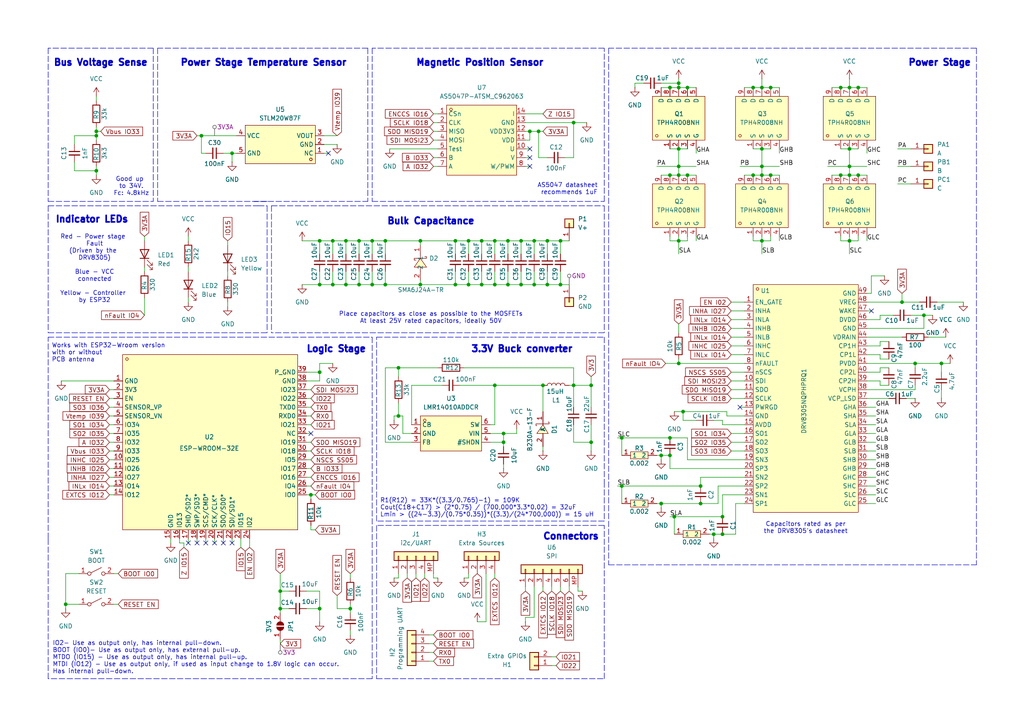
<source format=kicad_sch>
(kicad_sch (version 20250114) (generator "eeschema") (generator_version "9.0")
  (paper "A4")
  (title_block (title "Victor-Brushless-Controller") (date "2025-05-27") (rev "1.0") (company "Victor Nan Fernandez-Ayala"))
  (text "3.3V Buck converter\n" (at 151.384 101.346 0) (effects (font (size 1.905 1.905) (thickness 0.508) (bold yes))))
  (text "Red - Power stage \nFault\n(Driven by the \nDRV8305)\n\nBlue - VCC\nconnected\n\nYellow - Controller \nby ESP32\n" (at 27.432 77.978 0) (effects (font (size 1.27 1.27))))
  (text "Power Stage Temperature Sensor" (at 76.454 18.288 0) (effects (font (size 1.905 1.905) (thickness 0.508) (bold yes))))
  (text "Capacitors rated as per\nthe DRV8305's datasheet" (at 233.68 153.162 0) (effects (font (size 1.27 1.27))))
  (text "Indicator LEDs" (at 26.67 63.754 0) (effects (font (size 1.905 1.905) (thickness 0.508) (bold yes))))
  (text "Power Stage" (at 272.542 18.288 0) (effects (font (size 1.905 1.905) (thickness 0.508) (bold yes))))
  (text "AS5047 datasheet \nrecommends 1uF" (at 165.1 54.864 0) (effects (font (size 1.27 1.27))))
  (text "Place capacitors as close as possible to the MOSFETs\nAt least 25V rated capacitors, ideally 50V" (at 124.968 92.202 0) (effects (font (size 1.27 1.27))))
  (text "Works with ESP32-Wroom version\nwith or without \nPCB antenna" (at 14.986 102.362 0) (effects (font (size 1.27 1.27)) (justify left)))
  (text "Bus Voltage Sense" (at 29.21 18.288 0) (effects (font (size 1.905 1.905) (thickness 0.508) (bold yes))))
  (text "Good up \nto 34V.\nFc: 4.8kHz" (at 38.1 54.102 0) (effects (font (size 1.27 1.27))))
  (text "Bulk Capacitance\n" (at 124.968 64.262 0) (effects (font (size 1.905 1.905) (thickness 0.508) (bold yes))))
  (text "Connectors" (at 165.608 155.702 0) (effects (font (size 1.905 1.905) (thickness 0.508) (bold yes))))
  (text "Magnetic Position Sensor" (at 139.192 18.288 0) (effects (font (size 1.905 1.905) (thickness 0.508) (bold yes))))
  (text "R1(R12) = 33K*((3.3/0.765)-1) = 109K\nCout(C18+C17) > (2*0.75) / (700,000*3.3*0.02) = 32uF\nLmin > ((24-3.3)/(0.75*0.35))*((3.3)/(24*700,000)) = 15 uH" (at 110.236 147.32 0) (effects (font (size 1.27 1.27)) (justify left)))
  (text "IO2- Use as output only, has internal pull-down.\nBOOT (IO0)- Use as output only, has external pull-up.\nMTDO (IO15) - Use as output only, has internal pull-up.\nMTDI (IO12) - Use as output only, if used as input change to 1.8V logic can occur. \nHas internal pull-down." (at 15.24 190.754 0) (effects (font (size 1.27 1.27)) (justify left)))
  (text "Logic Stage\n" (at 97.536 101.346 0) (effects (font (size 1.905 1.905) (thickness 0.508) (bold yes))))
  (junction (at 115.57 120.65))
  (junction (at 248.92 25.4))
  (junction (at 154.94 82.55))
  (junction (at 223.52 50.8))
  (junction (at 194.31 132.08))
  (junction (at 194.31 50.8))
  (junction (at 196.85 24.13))
  (junction (at 162.56 82.55))
  (junction (at 147.32 69.85))
  (junction (at 246.38 43.18))
  (junction (at 111.76 82.55))
  (junction (at 246.38 48.26))
  (junction (at 194.31 127))
  (junction (at 209.55 149.86))
  (junction (at 180.34 140.97))
  (junction (at 135.89 69.85))
  (junction (at 171.45 111.76))
  (junction (at 132.08 82.55))
  (junction (at 19.05 175.26))
  (junction (at 107.95 69.85))
  (junction (at 196.85 48.26))
  (junction (at 195.58 149.86))
  (junction (at 96.52 82.55))
  (junction (at 146.05 128.27))
  (junction (at 143.51 69.85))
  (junction (at 135.89 82.55))
  (junction (at 156.21 38.1))
  (junction (at 157.48 111.76))
  (junction (at 153.67 38.1))
  (junction (at 100.33 82.55))
  (junction (at 209.55 154.94))
  (junction (at 243.84 25.4))
  (junction (at 151.13 82.55))
  (junction (at 166.37 35.56))
  (junction (at 27.94 49.53))
  (junction (at 104.14 69.85))
  (junction (at 121.92 82.55))
  (junction (at 273.05 105.41))
  (junction (at 218.44 25.4))
  (junction (at 158.75 69.85))
  (junction (at 132.08 69.85))
  (junction (at 171.45 128.27))
  (junction (at 199.39 50.8))
  (junction (at 92.71 107.95))
  (junction (at 203.2 146.05))
  (junction (at 246.38 50.8))
  (junction (at 100.33 69.85))
  (junction (at 107.95 82.55))
  (junction (at 143.51 82.55))
  (junction (at 199.39 25.4))
  (junction (at 207.01 154.94))
  (junction (at 220.98 25.4))
  (junction (at 27.94 39.37))
  (junction (at 166.37 111.76))
  (junction (at 191.77 132.08))
  (junction (at 246.38 25.4))
  (junction (at 115.57 106.68))
  (junction (at 146.05 125.73))
  (junction (at 220.98 48.26))
  (junction (at 191.77 146.05))
  (junction (at 243.84 50.8))
  (junction (at 218.44 50.8))
  (junction (at 111.76 69.85))
  (junction (at 267.97 91.44))
  (junction (at 27.94 38.1))
  (junction (at 198.12 119.38))
  (junction (at 143.51 111.76))
  (junction (at 196.85 69.85))
  (junction (at 121.92 69.85))
  (junction (at 162.56 69.85))
  (junction (at 92.71 69.85))
  (junction (at 261.62 87.63))
  (junction (at 196.85 43.18))
  (junction (at 158.75 82.55))
  (junction (at 67.31 44.45))
  (junction (at 139.7 82.55))
  (junction (at 220.98 43.18))
  (junction (at 196.85 25.4))
  (junction (at 92.71 82.55))
  (junction (at 220.98 69.85))
  (junction (at 147.32 82.55))
  (junction (at 101.6 176.53))
  (junction (at 196.85 50.8))
  (junction (at 90.17 143.51))
  (junction (at 81.28 176.53))
  (junction (at 220.98 50.8))
  (junction (at 265.43 105.41))
  (junction (at 154.94 69.85))
  (junction (at 92.71 176.53))
  (junction (at 248.92 50.8))
  (junction (at 96.52 69.85))
  (junction (at 151.13 69.85))
  (junction (at 203.2 140.97))
  (junction (at 196.85 105.41))
  (junction (at 223.52 25.4))
  (junction (at 104.14 82.55))
  (junction (at 139.7 69.85))
  (junction (at 58.42 39.37))
  (junction (at 246.38 69.85))
  (junction (at 81.28 171.45))
  (junction (at 180.34 127))
  (junction (at 194.31 25.4))
  (no_connect (at 153.67 45.72))
  (no_connect (at 252.73 90.17))
  (no_connect (at 57.15 157.48))
  (no_connect (at 62.23 157.48))
  (no_connect (at 153.67 43.18))
  (no_connect (at 54.61 157.48))
  (no_connect (at 59.69 157.48))
  (no_connect (at 95.25 44.45))
  (no_connect (at 90.17 125.73))
  (no_connect (at 214.63 118.11))
  (no_connect (at 153.67 48.26))
  (no_connect (at 64.77 157.48))
  (no_connect (at 67.31 157.48))
  (wire (pts (xy 121.92 81.28) (xy 121.92 82.55)))
  (wire (pts (xy 212.09 115.57) (xy 215.9 115.57)))
  (wire (pts (xy 212.09 87.63) (xy 215.9 87.63)))
  (wire (pts (xy 146.05 134.62) (xy 146.05 135.89)))
  (wire (pts (xy 140.97 166.37) (xy 140.97 180.34)))
  (wire (pts (xy 165.1 170.18) (xy 165.1 171.45)))
  (wire (pts (xy 31.75 138.43) (xy 33.02 138.43)))
  (polyline (pts (xy 13.97 196.85) (xy 13.97 156.21)) (stroke (width 0) (type dash)))
  (wire (pts (xy 88.9 128.27) (xy 90.17 128.27)))
  (wire (pts (xy 54.61 68.58) (xy 54.61 69.85)))
  (wire (pts (xy 88.9 135.89) (xy 90.17 135.89)))
  (wire (pts (xy 88.9 113.03) (xy 90.17 113.03)))
  (wire (pts (xy 196.85 48.26) (xy 196.85 50.8)))
  (wire (pts (xy 67.31 44.45) (xy 68.58 44.45)))
  (wire (pts (xy 90.17 125.73) (xy 88.9 125.73)))
  (wire (pts (xy 90.17 143.51) (xy 90.17 144.78)))
  (wire (pts (xy 90.17 153.67) (xy 91.44 153.67)))
  (wire (pts (xy 152.4 179.07) (xy 152.4 180.34)))
  (polyline (pts (xy 77.47 59.69) (xy 77.47 96.52)) (stroke (width 0) (type dash)))
  (polyline (pts (xy 107.95 97.79) (xy 107.95 196.85)) (stroke (width 0) (type dash)))
  (wire (pts (xy 212.09 125.73) (xy 215.9 125.73)))
  (wire (pts (xy 62.23 157.48) (xy 62.23 156.21)))
  (wire (pts (xy 243.84 25.4) (xy 246.38 25.4)))
  (wire (pts (xy 252.73 80.01) (xy 256.54 80.01)))
  (wire (pts (xy 19.05 175.26) (xy 19.05 176.53)))
  (wire (pts (xy 154.94 69.85) (xy 151.13 69.85)))
  (polyline (pts (xy 44.45 13.97) (xy 44.45 58.42)) (stroke (width 0) (type dash)))
  (wire (pts (xy 166.37 111.76) (xy 171.45 111.76)))
  (wire (pts (xy 147.32 82.55) (xy 143.51 82.55)))
  (wire (pts (xy 41.91 77.47) (xy 41.91 78.74)))
  (wire (pts (xy 198.12 121.92) (xy 198.12 119.38)))
  (wire (pts (xy 125.73 35.56) (xy 127 35.56)))
  (wire (pts (xy 265.43 113.03) (xy 265.43 111.76)))
  (wire (pts (xy 88.9 133.35) (xy 90.17 133.35)))
  (polyline (pts (xy 175.26 58.42) (xy 175.26 13.97)) (stroke (width 0) (type dash)))
  (wire (pts (xy 260.35 48.26) (xy 264.16 48.26)))
  (wire (pts (xy 153.67 40.64) (xy 153.67 38.1)))
  (wire (pts (xy 196.85 69.85) (xy 196.85 73.66)))
  (wire (pts (xy 21.59 49.53) (xy 27.94 49.53)))
  (wire (pts (xy 251.46 140.97) (xy 254 140.97)))
  (wire (pts (xy 49.53 156.21) (xy 49.53 157.48)))
  (wire (pts (xy 203.2 138.43) (xy 215.9 138.43)))
  (wire (pts (xy 54.61 86.36) (xy 54.61 87.63)))
  (wire (pts (xy 125.73 38.1) (xy 127 38.1)))
  (wire (pts (xy 261.62 85.09) (xy 261.62 87.63)))
  (wire (pts (xy 199.39 127) (xy 194.31 127)))
  (wire (pts (xy 210.82 119.38) (xy 198.12 119.38)))
  (wire (pts (xy 166.37 123.19) (xy 166.37 128.27)))
  (wire (pts (xy 119.38 128.27) (xy 111.76 128.27)))
  (wire (pts (xy 92.71 105.41) (xy 96.52 105.41)))
  (wire (pts (xy 17.78 110.49) (xy 33.02 110.49)))
  (wire (pts (xy 121.92 69.85) (xy 121.92 71.12)))
  (wire (pts (xy 171.45 123.19) (xy 171.45 128.27)))
  (wire (pts (xy 143.51 111.76) (xy 143.51 123.19)))
  (wire (pts (xy 114.3 120.65) (xy 114.3 121.92)))
  (wire (pts (xy 252.73 80.01) (xy 252.73 85.09)))
  (wire (pts (xy 92.71 110.49) (xy 92.71 107.95)))
  (wire (pts (xy 58.42 44.45) (xy 58.42 39.37)))
  (wire (pts (xy 201.93 68.58) (xy 201.93 69.85)))
  (wire (pts (xy 139.7 82.55) (xy 135.89 82.55)))
  (wire (pts (xy 27.94 27.94) (xy 27.94 29.21)))
  (wire (pts (xy 158.75 82.55) (xy 154.94 82.55)))
  (wire (pts (xy 220.98 69.85) (xy 220.98 73.66)))
  (wire (pts (xy 223.52 25.4) (xy 226.06 25.4)))
  (wire (pts (xy 199.39 50.8) (xy 201.93 50.8)))
  (wire (pts (xy 199.39 68.58) (xy 199.39 69.85)))
  (wire (pts (xy 152.4 38.1) (xy 153.67 38.1)))
  (wire (pts (xy 198.12 119.38) (xy 195.58 119.38)))
  (wire (pts (xy 111.76 69.85) (xy 121.92 69.85)))
  (wire (pts (xy 113.03 43.18) (xy 127 43.18)))
  (wire (pts (xy 124.46 191.77) (xy 125.73 191.77)))
  (wire (pts (xy 212.09 102.87) (xy 215.9 102.87)))
  (wire (pts (xy 218.44 43.18) (xy 220.98 43.18)))
  (wire (pts (xy 125.73 48.26) (xy 127 48.26)))
  (wire (pts (xy 139.7 78.74) (xy 139.7 82.55)))
  (wire (pts (xy 220.98 43.18) (xy 223.52 43.18)))
  (wire (pts (xy 111.76 78.74) (xy 111.76 82.55)))
  (wire (pts (xy 203.2 146.05) (xy 208.28 146.05)))
  (wire (pts (xy 87.63 82.55) (xy 92.71 82.55)))
  (wire (pts (xy 255.27 111.76) (xy 257.81 111.76)))
  (wire (pts (xy 251.46 125.73) (xy 254 125.73)))
  (wire (pts (xy 209.55 123.19) (xy 209.55 121.92)))
  (wire (pts (xy 21.59 41.91) (xy 21.59 39.37)))
  (wire (pts (xy 179.07 127) (xy 180.34 127)))
  (wire (pts (xy 146.05 129.54) (xy 146.05 128.27)))
  (wire (pts (xy 143.51 82.55) (xy 139.7 82.55)))
  (wire (pts (xy 121.92 69.85) (xy 132.08 69.85)))
  (wire (pts (xy 111.76 82.55) (xy 121.92 82.55)))
  (wire (pts (xy 21.59 39.37) (xy 27.94 39.37)))
  (wire (pts (xy 100.33 73.66) (xy 100.33 69.85)))
  (wire (pts (xy 81.28 176.53) (xy 81.28 177.8)))
  (wire (pts (xy 27.94 38.1) (xy 27.94 39.37)))
  (wire (pts (xy 255.27 102.87) (xy 255.27 104.14)))
  (polyline (pts (xy 176.53 13.97) (xy 176.53 163.83)) (stroke (width 0) (type dash)))
  (wire (pts (xy 243.84 50.8) (xy 246.38 50.8)))
  (wire (pts (xy 27.94 49.53) (xy 27.94 50.8)))
  (wire (pts (xy 33.02 166.37) (xy 34.29 166.37)))
  (wire (pts (xy 196.85 22.86) (xy 196.85 24.13)))
  (wire (pts (xy 251.46 118.11) (xy 254 118.11)))
  (wire (pts (xy 165.1 111.76) (xy 166.37 111.76)))
  (wire (pts (xy 157.48 170.18) (xy 157.48 171.45)))
  (wire (pts (xy 251.46 68.58) (xy 251.46 69.85)))
  (wire (pts (xy 111.76 128.27) (xy 111.76 106.68)))
  (wire (pts (xy 194.31 69.85) (xy 196.85 69.85)))
  (wire (pts (xy 27.94 39.37) (xy 27.94 40.64)))
  (wire (pts (xy 143.51 69.85) (xy 139.7 69.85)))
  (wire (pts (xy 119.38 111.76) (xy 128.27 111.76)))
  (wire (pts (xy 31.75 128.27) (xy 33.02 128.27)))
  (wire (pts (xy 142.24 125.73) (xy 146.05 125.73)))
  (wire (pts (xy 162.56 69.85) (xy 165.1 69.85)))
  (wire (pts (xy 120.65 166.37) (xy 120.65 167.64)))
  (wire (pts (xy 111.76 82.55) (xy 107.95 82.55)))
  (wire (pts (xy 246.38 69.85) (xy 246.38 73.66)))
  (wire (pts (xy 251.46 87.63) (xy 261.62 87.63)))
  (wire (pts (xy 149.86 125.73) (xy 149.86 124.46)))
  (wire (pts (xy 194.31 50.8) (xy 196.85 50.8)))
  (wire (pts (xy 88.9 140.97) (xy 90.17 140.97)))
  (wire (pts (xy 194.31 25.4) (xy 196.85 25.4)))
  (wire (pts (xy 31.75 130.81) (xy 33.02 130.81)))
  (wire (pts (xy 121.92 82.55) (xy 132.08 82.55)))
  (wire (pts (xy 243.84 68.58) (xy 243.84 69.85)))
  (wire (pts (xy 186.69 24.13) (xy 184.15 24.13)))
  (wire (pts (xy 100.33 82.55) (xy 96.52 82.55)))
  (wire (pts (xy 196.85 68.58) (xy 196.85 69.85)))
  (wire (pts (xy 205.74 154.94) (xy 207.01 154.94)))
  (wire (pts (xy 246.38 50.8) (xy 248.92 50.8)))
  (polyline (pts (xy 77.47 58.42) (xy 73.66 58.42)) (stroke (width 0) (type dash)))
  (wire (pts (xy 218.44 50.8) (xy 220.98 50.8)))
  (wire (pts (xy 209.55 121.92) (xy 207.01 121.92)))
  (wire (pts (xy 135.89 167.64) (xy 134.62 167.64)))
  (wire (pts (xy 149.86 125.73) (xy 146.05 125.73)))
  (wire (pts (xy 97.79 176.53) (xy 101.6 176.53)))
  (wire (pts (xy 215.9 105.41) (xy 196.85 105.41)))
  (wire (pts (xy 101.6 175.26) (xy 101.6 176.53)))
  (wire (pts (xy 163.83 45.72) (xy 166.37 45.72)))
  (wire (pts (xy 193.04 105.41) (xy 196.85 105.41)))
  (wire (pts (xy 265.43 105.41) (xy 265.43 106.68)))
  (wire (pts (xy 151.13 69.85) (xy 147.32 69.85)))
  (wire (pts (xy 157.48 111.76) (xy 157.48 119.38)))
  (wire (pts (xy 135.89 78.74) (xy 135.89 82.55)))
  (wire (pts (xy 124.46 189.23) (xy 125.73 189.23)))
  (wire (pts (xy 271.78 87.63) (xy 279.4 87.63)))
  (wire (pts (xy 251.46 128.27) (xy 254 128.27)))
  (wire (pts (xy 248.92 50.8) (xy 251.46 50.8)))
  (wire (pts (xy 166.37 128.27) (xy 171.45 128.27)))
  (wire (pts (xy 158.75 45.72) (xy 156.21 45.72)))
  (wire (pts (xy 260.35 53.34) (xy 264.16 53.34)))
  (wire (pts (xy 96.52 82.55) (xy 92.71 82.55)))
  (wire (pts (xy 31.75 120.65) (xy 33.02 120.65)))
  (polyline (pts (xy 45.72 13.97) (xy 45.72 58.42)) (stroke (width 0) (type dash)))
  (wire (pts (xy 207.01 154.94) (xy 207.01 156.21)))
  (wire (pts (xy 107.95 78.74) (xy 107.95 82.55)))
  (wire (pts (xy 31.75 118.11) (xy 33.02 118.11)))
  (wire (pts (xy 194.31 149.86) (xy 195.58 149.86)))
  (polyline (pts (xy 13.97 156.21) (xy 13.97 97.79)) (stroke (width 0) (type dash)))
  (wire (pts (xy 264.16 91.44) (xy 267.97 91.44)))
  (polyline (pts (xy 74.93 59.69) (xy 77.47 59.69)) (stroke (width 0) (type dash)))
  (wire (pts (xy 171.45 128.27) (xy 171.45 130.81)))
  (wire (pts (xy 251.46 97.79) (xy 261.62 97.79)))
  (wire (pts (xy 220.98 25.4) (xy 220.98 22.86)))
  (wire (pts (xy 195.58 149.86) (xy 209.55 149.86)))
  (wire (pts (xy 81.28 171.45) (xy 83.82 171.45)))
  (wire (pts (xy 261.62 87.63) (xy 266.7 87.63)))
  (wire (pts (xy 191.77 25.4) (xy 194.31 25.4)))
  (wire (pts (xy 88.9 171.45) (xy 92.71 171.45)))
  (wire (pts (xy 220.98 48.26) (xy 220.98 50.8)))
  (wire (pts (xy 162.56 78.74) (xy 162.56 82.55)))
  (wire (pts (xy 139.7 69.85) (xy 135.89 69.85)))
  (wire (pts (xy 90.17 143.51) (xy 91.44 143.51)))
  (polyline (pts (xy 175.26 139.7) (xy 175.26 151.13)) (stroke (width 0) (type dash)))
  (wire (pts (xy 179.07 140.97) (xy 180.34 140.97)))
  (wire (pts (xy 223.52 69.85) (xy 220.98 69.85)))
  (wire (pts (xy 31.75 140.97) (xy 33.02 140.97)))
  (wire (pts (xy 41.91 86.36) (xy 41.91 91.44)))
  (wire (pts (xy 255.27 99.06) (xy 257.81 99.06)))
  (wire (pts (xy 115.57 116.84) (xy 115.57 120.65)))
  (wire (pts (xy 162.56 82.55) (xy 158.75 82.55)))
  (wire (pts (xy 218.44 68.58) (xy 218.44 69.85)))
  (wire (pts (xy 125.73 33.02) (xy 127 33.02)))
  (wire (pts (xy 72.39 156.21) (xy 72.39 158.75)))
  (wire (pts (xy 27.94 48.26) (xy 27.94 49.53)))
  (wire (pts (xy 213.36 154.94) (xy 213.36 146.05)))
  (wire (pts (xy 267.97 91.44) (xy 270.51 91.44)))
  (wire (pts (xy 27.94 36.83) (xy 27.94 38.1)))
  (wire (pts (xy 212.09 97.79) (xy 215.9 97.79)))
  (wire (pts (xy 158.75 73.66) (xy 158.75 69.85)))
  (wire (pts (xy 273.05 105.41) (xy 273.05 107.95)))
  (wire (pts (xy 220.98 25.4) (xy 223.52 25.4)))
  (wire (pts (xy 166.37 111.76) (xy 166.37 118.11)))
  (polyline (pts (xy 283.21 13.97) (xy 283.21 163.83)) (stroke (width 0) (type dash)))
  (wire (pts (xy 66.04 69.85) (xy 66.04 71.12)))
  (wire (pts (xy 59.69 157.48) (xy 59.69 156.21)))
  (polyline (pts (xy 44.45 13.97) (xy 13.97 13.97)) (stroke (width 0) (type dash)))
  (wire (pts (xy 171.45 109.22) (xy 171.45 111.76)))
  (wire (pts (xy 243.84 43.18) (xy 246.38 43.18)))
  (wire (pts (xy 54.61 77.47) (xy 54.61 78.74)))
  (wire (pts (xy 88.9 130.81) (xy 90.17 130.81)))
  (wire (pts (xy 111.76 106.68) (xy 115.57 106.68)))
  (wire (pts (xy 251.46 133.35) (xy 254 133.35)))
  (wire (pts (xy 133.35 111.76) (xy 143.51 111.76)))
  (polyline (pts (xy 106.68 13.97) (xy 45.72 13.97)) (stroke (width 0) (type dash)))
  (wire (pts (xy 59.69 44.45) (xy 58.42 44.45)))
  (wire (pts (xy 125.73 166.37) (xy 125.73 167.64)))
  (wire (pts (xy 104.14 78.74) (xy 104.14 82.55)))
  (polyline (pts (xy 13.97 96.52) (xy 77.47 96.52)) (stroke (width 0) (type dash)))
  (wire (pts (xy 57.15 39.37) (xy 58.42 39.37)))
  (wire (pts (xy 67.31 44.45) (xy 67.31 46.99)))
  (wire (pts (xy 88.9 118.11) (xy 90.17 118.11)))
  (polyline (pts (xy 109.22 151.13) (xy 109.22 97.79)) (stroke (width 0) (type dash)))
  (polyline (pts (xy 175.26 152.4) (xy 109.22 152.4)) (stroke (width 0) (type dash)))
  (wire (pts (xy 124.46 186.69) (xy 125.73 186.69)))
  (wire (pts (xy 132.08 78.74) (xy 132.08 82.55)))
  (wire (pts (xy 212.09 130.81) (xy 215.9 130.81)))
  (wire (pts (xy 166.37 35.56) (xy 170.18 35.56)))
  (wire (pts (xy 116.84 120.65) (xy 115.57 120.65)))
  (wire (pts (xy 107.95 73.66) (xy 107.95 69.85)))
  (wire (pts (xy 251.46 105.41) (xy 265.43 105.41)))
  (wire (pts (xy 220.98 48.26) (xy 226.06 48.26)))
  (wire (pts (xy 199.39 25.4) (xy 201.93 25.4)))
  (wire (pts (xy 191.77 132.08) (xy 191.77 133.35)))
  (wire (pts (xy 212.09 113.03) (xy 215.9 113.03)))
  (wire (pts (xy 180.34 127) (xy 194.31 127)))
  (wire (pts (xy 88.9 138.43) (xy 90.17 138.43)))
  (wire (pts (xy 92.71 69.85) (xy 87.63 69.85)))
  (wire (pts (xy 251.46 43.18) (xy 251.46 44.45)))
  (wire (pts (xy 156.21 38.1) (xy 157.48 38.1)))
  (wire (pts (xy 125.73 45.72) (xy 127 45.72)))
  (wire (pts (xy 52.07 156.21) (xy 52.07 157.48)))
  (polyline (pts (xy 78.74 59.69) (xy 78.74 96.52)) (stroke (width 0) (type dash)))
  (wire (pts (xy 246.38 43.18) (xy 248.92 43.18)))
  (wire (pts (xy 64.77 44.45) (xy 67.31 44.45)))
  (wire (pts (xy 66.04 87.63) (xy 66.04 88.9)))
  (wire (pts (xy 210.82 120.65) (xy 210.82 119.38)))
  (wire (pts (xy 92.71 73.66) (xy 92.71 69.85)))
  (wire (pts (xy 97.79 172.72) (xy 97.79 176.53)))
  (polyline (pts (xy 13.97 58.42) (xy 44.45 58.42)) (stroke (width 0) (type dash)))
  (wire (pts (xy 153.67 48.26) (xy 152.4 48.26)))
  (wire (pts (xy 273.05 105.41) (xy 275.59 105.41)))
  (wire (pts (xy 119.38 123.19) (xy 119.38 111.76)))
  (wire (pts (xy 248.92 68.58) (xy 248.92 69.85)))
  (wire (pts (xy 191.77 146.05) (xy 203.2 146.05)))
  (wire (pts (xy 90.17 152.4) (xy 90.17 153.67)))
  (wire (pts (xy 69.85 156.21) (xy 69.85 158.75)))
  (polyline (pts (xy 109.22 196.85) (xy 175.26 196.85)) (stroke (width 0) (type dash)))
  (wire (pts (xy 162.56 170.18) (xy 162.56 171.45)))
  (wire (pts (xy 251.46 115.57) (xy 257.81 115.57)))
  (wire (pts (xy 143.51 111.76) (xy 157.48 111.76)))
  (wire (pts (xy 162.56 73.66) (xy 162.56 69.85)))
  (wire (pts (xy 125.73 167.64) (xy 127 167.64)))
  (wire (pts (xy 119.38 125.73) (xy 116.84 125.73)))
  (wire (pts (xy 93.98 39.37) (xy 97.79 39.37)))
  (polyline (pts (xy 175.26 13.97) (xy 107.95 13.97)) (stroke (width 0) (type dash)))
  (wire (pts (xy 246.38 48.26) (xy 246.38 50.8)))
  (wire (pts (xy 220.98 68.58) (xy 220.98 69.85)))
  (wire (pts (xy 251.46 123.19) (xy 254 123.19)))
  (wire (pts (xy 251.46 146.05) (xy 254 146.05)))
  (wire (pts (xy 220.98 50.8) (xy 223.52 50.8)))
  (wire (pts (xy 241.3 25.4) (xy 243.84 25.4)))
  (wire (pts (xy 31.75 135.89) (xy 33.02 135.89)))
  (polyline (pts (xy 175.26 96.52) (xy 78.74 96.52)) (stroke (width 0) (type dash)))
  (wire (pts (xy 251.46 100.33) (xy 255.27 100.33)))
  (wire (pts (xy 22.86 175.26) (xy 19.05 175.26)))
  (wire (pts (xy 210.82 120.65) (xy 215.9 120.65)))
  (wire (pts (xy 184.15 24.13) (xy 184.15 25.4)))
  (wire (pts (xy 196.85 43.18) (xy 196.85 48.26)))
  (wire (pts (xy 31.75 133.35) (xy 33.02 133.35)))
  (wire (pts (xy 209.55 143.51) (xy 215.9 143.51)))
  (wire (pts (xy 147.32 78.74) (xy 147.32 82.55)))
  (wire (pts (xy 88.9 120.65) (xy 90.17 120.65)))
  (wire (pts (xy 190.5 146.05) (xy 191.77 146.05)))
  (wire (pts (xy 243.84 69.85) (xy 246.38 69.85)))
  (wire (pts (xy 265.43 105.41) (xy 273.05 105.41)))
  (wire (pts (xy 151.13 82.55) (xy 147.32 82.55)))
  (wire (pts (xy 54.61 157.48) (xy 54.61 156.21)))
  (wire (pts (xy 153.67 38.1) (xy 156.21 38.1)))
  (wire (pts (xy 139.7 73.66) (xy 139.7 69.85)))
  (wire (pts (xy 180.34 140.97) (xy 203.2 140.97)))
  (wire (pts (xy 212.09 90.17) (xy 215.9 90.17)))
  (polyline (pts (xy 175.26 59.69) (xy 175.26 96.52)) (stroke (width 0) (type dash)))
  (wire (pts (xy 156.21 45.72) (xy 156.21 38.1)))
  (wire (pts (xy 31.75 123.19) (xy 33.02 123.19)))
  (polyline (pts (xy 45.72 58.42) (xy 106.68 58.42)) (stroke (width 0) (type dash)))
  (polyline (pts (xy 176.53 163.83) (xy 283.21 163.83)) (stroke (width 0) (type dash)))
  (wire (pts (xy 212.09 92.71) (xy 215.9 92.71)))
  (wire (pts (xy 19.05 166.37) (xy 19.05 175.26)))
  (wire (pts (xy 88.9 123.19) (xy 90.17 123.19)))
  (wire (pts (xy 215.9 133.35) (xy 199.39 133.35)))
  (wire (pts (xy 255.27 110.49) (xy 255.27 111.76)))
  (wire (pts (xy 218.44 69.85) (xy 220.98 69.85)))
  (wire (pts (xy 226.06 68.58) (xy 226.06 69.85)))
  (wire (pts (xy 209.55 154.94) (xy 213.36 154.94)))
  (wire (pts (xy 83.82 176.53) (xy 81.28 176.53)))
  (wire (pts (xy 223.52 68.58) (xy 223.52 69.85)))
  (wire (pts (xy 151.13 78.74) (xy 151.13 82.55)))
  (wire (pts (xy 124.46 184.15) (xy 125.73 184.15)))
  (wire (pts (xy 201.93 44.45) (xy 201.93 43.18)))
  (wire (pts (xy 158.75 78.74) (xy 158.75 82.55)))
  (wire (pts (xy 111.76 73.66) (xy 111.76 69.85)))
  (wire (pts (xy 218.44 25.4) (xy 220.98 25.4)))
  (wire (pts (xy 252.73 90.17) (xy 251.46 90.17)))
  (wire (pts (xy 160.02 190.5) (xy 161.29 190.5)))
  (wire (pts (xy 107.95 69.85) (xy 104.14 69.85)))
  (wire (pts (xy 246.38 43.18) (xy 246.38 48.26)))
  (wire (pts (xy 246.38 48.26) (xy 251.46 48.26)))
  (polyline (pts (xy 107.95 196.85) (xy 13.97 196.85)) (stroke (width 0) (type dash)))
  (wire (pts (xy 154.94 82.55) (xy 151.13 82.55)))
  (wire (pts (xy 215.9 50.8) (xy 218.44 50.8)))
  (wire (pts (xy 215.9 135.89) (xy 194.31 135.89)))
  (wire (pts (xy 241.3 50.8) (xy 243.84 50.8)))
  (wire (pts (xy 212.09 110.49) (xy 215.9 110.49)))
  (wire (pts (xy 214.63 48.26) (xy 220.98 48.26)))
  (wire (pts (xy 115.57 167.64) (xy 114.3 167.64)))
  (wire (pts (xy 146.05 125.73) (xy 146.05 128.27)))
  (wire (pts (xy 101.6 184.15) (xy 101.6 182.88)))
  (wire (pts (xy 115.57 106.68) (xy 115.57 109.22)))
  (wire (pts (xy 143.51 73.66) (xy 143.51 69.85)))
  (wire (pts (xy 207.01 154.94) (xy 209.55 154.94)))
  (wire (pts (xy 115.57 106.68) (xy 127 106.68)))
  (wire (pts (xy 196.85 50.8) (xy 199.39 50.8)))
  (wire (pts (xy 180.34 132.08) (xy 180.34 127)))
  (wire (pts (xy 104.14 82.55) (xy 100.33 82.55)))
  (wire (pts (xy 88.9 107.95) (xy 92.71 107.95)))
  (wire (pts (xy 199.39 69.85) (xy 196.85 69.85)))
  (wire (pts (xy 226.06 44.45) (xy 226.06 43.18)))
  (polyline (pts (xy 107.95 13.97) (xy 107.95 58.42)) (stroke (width 0) (type dash)))
  (wire (pts (xy 251.46 107.95) (xy 255.27 107.95)))
  (wire (pts (xy 246.38 25.4) (xy 246.38 22.86)))
  (wire (pts (xy 251.46 138.43) (xy 254 138.43)))
  (wire (pts (xy 114.3 120.65) (xy 115.57 120.65)))
  (wire (pts (xy 135.89 73.66) (xy 135.89 69.85)))
  (wire (pts (xy 194.31 68.58) (xy 194.31 69.85)))
  (polyline (pts (xy 106.68 13.97) (xy 106.68 58.42)) (stroke (width 0) (type dash)))
  (wire (pts (xy 208.28 146.05) (xy 208.28 140.97)))
  (polyline (pts (xy 109.22 152.4) (xy 109.22 196.85)) (stroke (width 0) (type dash)))
  (wire (pts (xy 251.46 113.03) (xy 265.43 113.03)))
  (wire (pts (xy 66.04 78.74) (xy 66.04 80.01)))
  (wire (pts (xy 255.27 107.95) (xy 255.27 106.68)))
  (wire (pts (xy 157.48 129.54) (xy 157.48 130.81)))
  (wire (pts (xy 220.98 43.18) (xy 220.98 48.26)))
  (wire (pts (xy 111.76 69.85) (xy 107.95 69.85)))
  (wire (pts (xy 191.77 132.08) (xy 194.31 132.08)))
  (wire (pts (xy 88.9 110.49) (xy 92.71 110.49)))
  (wire (pts (xy 96.52 69.85) (xy 92.71 69.85)))
  (wire (pts (xy 252.73 85.09) (xy 251.46 85.09)))
  (wire (pts (xy 116.84 125.73) (xy 116.84 120.65)))
  (wire (pts (xy 191.77 24.13) (xy 196.85 24.13)))
  (wire (pts (xy 81.28 176.53) (xy 81.28 171.45)))
  (wire (pts (xy 88.9 176.53) (xy 92.71 176.53)))
  (wire (pts (xy 162.56 69.85) (xy 158.75 69.85)))
  (polyline (pts (xy 175.26 97.79) (xy 175.26 139.7)) (stroke (width 0) (type dash)))
  (wire (pts (xy 195.58 154.94) (xy 195.58 149.86)))
  (polyline (pts (xy 107.95 58.42) (xy 175.26 58.42)) (stroke (width 0) (type dash)))
  (wire (pts (xy 152.4 33.02) (xy 157.48 33.02)))
  (wire (pts (xy 147.32 73.66) (xy 147.32 69.85)))
  (wire (pts (xy 92.71 107.95) (xy 92.71 105.41)))
  (wire (pts (xy 214.63 118.11) (xy 215.9 118.11)))
  (wire (pts (xy 196.85 105.41) (xy 196.85 104.14)))
  (wire (pts (xy 215.9 25.4) (xy 218.44 25.4)))
  (wire (pts (xy 31.75 115.57) (xy 33.02 115.57)))
  (wire (pts (xy 265.43 115.57) (xy 262.89 115.57)))
  (wire (pts (xy 22.86 166.37) (xy 19.05 166.37)))
  (wire (pts (xy 180.34 146.05) (xy 180.34 140.97)))
  (wire (pts (xy 152.4 40.64) (xy 153.67 40.64)))
  (wire (pts (xy 190.5 132.08) (xy 191.77 132.08)))
  (wire (pts (xy 212.09 107.95) (xy 215.9 107.95)))
  (wire (pts (xy 95.25 44.45) (xy 93.98 44.45)))
  (wire (pts (xy 251.46 143.51) (xy 254 143.51)))
  (wire (pts (xy 251.46 102.87) (xy 255.27 102.87)))
  (wire (pts (xy 171.45 111.76) (xy 171.45 118.11)))
  (wire (pts (xy 143.51 123.19) (xy 142.24 123.19)))
  (wire (pts (xy 57.15 157.48) (xy 57.15 156.21)))
  (wire (pts (xy 101.6 166.37) (xy 101.6 167.64)))
  (wire (pts (xy 191.77 50.8) (xy 194.31 50.8)))
  (wire (pts (xy 160.02 170.18) (xy 160.02 171.45)))
  (wire (pts (xy 154.94 73.66) (xy 154.94 69.85)))
  (wire (pts (xy 104.14 69.85) (xy 100.33 69.85)))
  (wire (pts (xy 199.39 43.18) (xy 196.85 43.18)))
  (wire (pts (xy 248.92 25.4) (xy 251.46 25.4)))
  (wire (pts (xy 196.85 48.26) (xy 201.93 48.26)))
  (polyline (pts (xy 283.21 13.97) (xy 176.53 13.97)) (stroke (width 0) (type dash)))
  (wire (pts (xy 31.75 143.51) (xy 33.02 143.51)))
  (wire (pts (xy 107.95 82.55) (xy 104.14 82.55)))
  (wire (pts (xy 213.36 146.05) (xy 215.9 146.05)))
  (polyline (pts (xy 13.97 13.97) (xy 13.97 58.42)) (stroke (width 0) (type dash)))
  (wire (pts (xy 33.02 175.26) (xy 34.29 175.26)))
  (wire (pts (xy 209.55 149.86) (xy 209.55 143.51)))
  (wire (pts (xy 143.51 166.37) (xy 143.51 167.64)))
  (polyline (pts (xy 13.97 59.69) (xy 13.97 96.52)) (stroke (width 0) (type dash)))
  (wire (pts (xy 201.93 121.92) (xy 198.12 121.92)))
  (wire (pts (xy 143.51 78.74) (xy 143.51 82.55)))
  (wire (pts (xy 255.27 106.68) (xy 257.81 106.68)))
  (wire (pts (xy 152.4 35.56) (xy 166.37 35.56)))
  (wire (pts (xy 255.27 104.14) (xy 257.81 104.14)))
  (wire (pts (xy 154.94 179.07) (xy 154.94 170.18)))
  (wire (pts (xy 64.77 157.48) (xy 64.77 156.21)))
  (wire (pts (xy 100.33 69.85) (xy 96.52 69.85)))
  (wire (pts (xy 151.13 73.66) (xy 151.13 69.85)))
  (wire (pts (xy 251.46 135.89) (xy 254 135.89)))
  (polyline (pts (xy 175.26 151.13) (xy 109.22 151.13)) (stroke (width 0) (type dash)))
  (wire (pts (xy 92.71 176.53) (xy 92.71 180.34)))
  (wire (pts (xy 135.89 166.37) (xy 135.89 167.64)))
  (wire (pts (xy 153.67 43.18) (xy 152.4 43.18)))
  (polyline (pts (xy 175.26 196.85) (xy 175.26 152.4)) (stroke (width 0) (type dash)))
  (wire (pts (xy 196.85 24.13) (xy 196.85 25.4)))
  (wire (pts (xy 132.08 73.66) (xy 132.08 69.85)))
  (polyline (pts (xy 13.97 59.69) (xy 74.93 59.69)) (stroke (width 0) (type dash)))
  (polyline (pts (xy 78.74 59.69) (xy 175.26 59.69)) (stroke (width 0) (type dash)))
  (wire (pts (xy 92.71 171.45) (xy 92.71 176.53)))
  (wire (pts (xy 194.31 43.18) (xy 196.85 43.18)))
  (wire (pts (xy 96.52 78.74) (xy 96.52 82.55)))
  (wire (pts (xy 246.38 25.4) (xy 248.92 25.4)))
  (wire (pts (xy 167.64 170.18) (xy 167.64 171.45)))
  (wire (pts (xy 167.64 171.45) (xy 168.91 171.45)))
  (wire (pts (xy 199.39 133.35) (xy 199.39 127)))
  (wire (pts (xy 251.46 130.81) (xy 254 130.81)))
  (wire (pts (xy 88.9 115.57) (xy 90.17 115.57)))
  (wire (pts (xy 166.37 106.68) (xy 166.37 111.76)))
  (wire (pts (xy 104.14 73.66) (xy 104.14 69.85)))
  (wire (pts (xy 92.71 82.55) (xy 92.71 78.74)))
  (wire (pts (xy 158.75 69.85) (xy 154.94 69.85)))
  (wire (pts (xy 118.11 166.37) (xy 118.11 167.64)))
  (wire (pts (xy 81.28 185.42) (xy 81.28 186.69)))
  (wire (pts (xy 67.31 157.48) (xy 67.31 156.21)))
  (wire (pts (xy 115.57 166.37) (xy 115.57 167.64)))
  (wire (pts (xy 58.42 39.37) (xy 68.58 39.37)))
  (wire (pts (xy 267.97 91.44) (xy 267.97 95.25)))
  (wire (pts (xy 196.85 25.4) (xy 199.39 25.4)))
  (wire (pts (xy 53.34 157.48) (xy 53.34 158.75)))
  (wire (pts (xy 162.56 82.55) (xy 165.1 82.55)))
  (wire (pts (xy 208.28 140.97) (xy 215.9 140.97)))
  (wire (pts (xy 31.75 125.73) (xy 33.02 125.73)))
  (wire (pts (xy 160.02 193.04) (xy 161.29 193.04)))
  (wire (pts (xy 152.4 179.07) (xy 154.94 179.07)))
  (wire (pts (xy 251.46 110.49) (xy 255.27 110.49)))
  (wire (pts (xy 147.32 69.85) (xy 143.51 69.85)))
  (wire (pts (xy 255.27 91.44) (xy 255.27 92.71)))
  (wire (pts (xy 203.2 140.97) (xy 203.2 138.43)))
  (polyline (pts (xy 13.97 97.79) (xy 107.95 97.79)) (stroke (width 0) (type dash)))
  (wire (pts (xy 190.5 48.26) (xy 196.85 48.26)))
  (wire (pts (xy 88.9 143.51) (xy 90.17 143.51)))
  (wire (pts (xy 194.31 132.08) (xy 194.31 135.89)))
  (wire (pts (xy 251.46 95.25) (xy 267.97 95.25)))
  (wire (pts (xy 135.89 82.55) (xy 132.08 82.55)))
  (polyline (pts (xy 109.22 97.79) (xy 175.26 97.79)) (stroke (width 0) (type dash)))
  (wire (pts (xy 134.62 106.68) (xy 166.37 106.68)))
  (wire (pts (xy 93.98 41.91) (xy 97.79 41.91)))
  (wire (pts (xy 100.33 78.74) (xy 100.33 82.55)))
  (wire (pts (xy 153.67 45.72) (xy 152.4 45.72)))
  (wire (pts (xy 196.85 93.98) (xy 196.85 96.52)))
  (wire (pts (xy 140.97 180.34) (xy 138.43 180.34)))
  (wire (pts (xy 142.24 128.27) (xy 146.05 128.27)))
  (wire (pts (xy 212.09 95.25) (xy 215.9 95.25)))
  (wire (pts (xy 269.24 97.79) (xy 274.32 97.79)))
  (wire (pts (xy 29.21 38.1) (xy 27.94 38.1)))
  (wire (pts (xy 52.07 157.48) (xy 53.34 157.48)))
  (wire (pts (xy 212.09 128.27) (xy 215.9 128.27)))
  (wire (pts (xy 154.94 78.74) (xy 154.94 82.55)))
  (wire (pts (xy 255.27 92.71) (xy 251.46 92.71)))
  (wire (pts (xy 81.28 171.45) (xy 81.28 166.37)))
  (wire (pts (xy 125.73 40.64) (xy 127 40.64)))
  (wire (pts (xy 240.03 48.26) (xy 246.38 48.26)))
  (wire (pts (xy 215.9 123.19) (xy 209.55 123.19)))
  (wire (pts (xy 31.75 113.03) (xy 33.02 113.03)))
  (wire (pts (xy 21.59 46.99) (xy 21.59 49.53)))
  (wire (pts (xy 248.92 69.85) (xy 246.38 69.85)))
  (wire (pts (xy 255.27 100.33) (xy 255.27 99.06)))
  (wire (pts (xy 212.09 100.33) (xy 215.9 100.33)))
  (wire (pts (xy 166.37 45.72) (xy 166.37 35.56)))
  (wire (pts (xy 41.91 68.58) (xy 41.91 69.85)))
  (wire (pts (xy 135.89 69.85) (xy 132.08 69.85)))
  (wire (pts (xy 101.6 177.8) (xy 101.6 176.53)))
  (wire (pts (xy 223.52 50.8) (xy 226.06 50.8)))
  (wire (pts (xy 255.27 91.44) (xy 259.08 91.44)))
  (wire (pts (xy 96.52 73.66) (xy 96.52 69.85)))
  (wire (pts (xy 260.35 43.18) (xy 264.16 43.18)))
  (wire (pts (xy 152.4 170.18) (xy 152.4 171.45)))
  (wire (pts (xy 191.77 146.05) (xy 191.77 147.32)))
  (wire (pts (xy 246.38 68.58) (xy 246.38 69.85)))
  (wire (pts (xy 123.19 166.37) (xy 123.19 167.64)))
  (wire (pts (xy 273.05 113.03) (xy 273.05 115.57)))
  (wire (pts (xy 251.46 120.65) (xy 254 120.65)))
  (label "PC" (at 240.03 48.26 0))
  (label "GLC" (at 254 146.05 0))
  (label "SLB" (at 179.07 140.97 0))
  (label "SLA" (at 196.85 73.66 0))
  (label "SLB" (at 254 130.81 0))
  (label "SLB" (at 220.98 73.66 0))
  (label "SHA" (at 201.93 48.26 0))
  (label "GLA" (at 254 125.73 0))
  (label "PB" (at 214.63 48.26 0))
  (label "SLC" (at 254 143.51 0))
  (label "GLC" (at 251.46 69.85 0))
  (label "GHC" (at 251.46 44.45 0))
  (label "PC" (at 260.35 53.34 0))
  (label "GHA" (at 254 118.11 0))
  (label "SLC" (at 179.07 127 0))
  (label "SHC" (at 254 140.97 0))
  (label "GHC" (at 254 138.43 0))
  (label "PA" (at 190.5 48.26 0))
  (label "SHB" (at 226.06 48.26 0))
  (label "SHC" (at 251.46 48.26 0))
  (label "GLA" (at 201.93 69.85 0))
  (label "GLB" (at 254 128.27 0))
  (label "GHA" (at 201.93 44.45 0))
  (label "SLC" (at 246.38 73.66 0))
  (label "GHB" (at 226.06 44.45 0))
  (label "GLB" (at 226.06 69.85 0))
  (label "SLA" (at 254 123.19 0))
  (label "SHA" (at 254 120.65 0))
  (label "PA" (at 260.35 43.18 0))
  (label "SHB" (at 254 133.35 0))
  (label "GHB" (at 254 135.89 0))
  (label "SLA" (at 194.31 149.86 0))
  (label "PB" (at 260.35 48.26 0))
  (global_label "3V3A" (shape input) (at 81.28 166.37 90) (property "Intersheetrefs" "${INTERSHEET_REFS}" (effects (hide yes))))
  (global_label "INLx IO14" (shape input) (at 212.09 102.87 180) (property "Intersheetrefs" "${INTERSHEET_REFS}" (effects (hide yes))))
  (global_label "B IO33" (shape input) (at 125.73 45.72 180) (property "Intersheetrefs" "${INTERSHEET_REFS}" (effects (hide yes))))
  (global_label "Vtemp IO39" (shape input) (at 31.75 120.65 180) (property "Intersheetrefs" "${INTERSHEET_REFS}" (effects (hide yes))))
  (global_label "IO22" (shape input) (at 90.17 115.57 0) (property "Intersheetrefs" "${INTERSHEET_REFS}" (effects (hide yes))))
  (global_label "3V3A" (shape input) (at 152.4 171.45 270) (property "Intersheetrefs" "${INTERSHEET_REFS}" (effects (hide yes))))
  (global_label "IO21" (shape input) (at 120.65 167.64 270) (property "Intersheetrefs" "${INTERSHEET_REFS}" (effects (hide yes))))
  (global_label "BOOT IO0" (shape input) (at 125.73 184.15 0) (property "Intersheetrefs" "${INTERSHEET_REFS}" (effects (hide yes))))
  (global_label "nFault IO4" (shape input) (at 41.91 91.44 180) (property "Intersheetrefs" "${INTERSHEET_REFS}" (effects (hide yes))))
  (global_label "SO3 IO36" (shape input) (at 212.09 130.81 180) (property "Intersheetrefs" "${INTERSHEET_REFS}" (effects (hide yes))))
  (global_label "3V3A" (shape input) (at 138.43 166.37 270) (property "Intersheetrefs" "${INTERSHEET_REFS}" (effects (hide yes))))
  (global_label "SDI MOSI23" (shape input) (at 90.17 113.03 0) (property "Intersheetrefs" "${INTERSHEET_REFS}" (effects (hide yes))))
  (global_label "INLx IO14" (shape input) (at 212.09 92.71 180) (property "Intersheetrefs" "${INTERSHEET_REFS}" (effects (hide yes))))
  (global_label "IO15" (shape input) (at 69.85 158.75 270) (property "Intersheetrefs" "${INTERSHEET_REFS}" (effects (hide yes))))
  (global_label "TX0" (shape input) (at 90.17 118.11 0) (property "Intersheetrefs" "${INTERSHEET_REFS}" (effects (hide yes))))
  (global_label "Z IO15" (shape input) (at 53.34 158.75 270) (property "Intersheetrefs" "${INTERSHEET_REFS}" (effects (hide yes))))
  (global_label "SCLK IO18" (shape input) (at 160.02 171.45 270) (property "Intersheetrefs" "${INTERSHEET_REFS}" (effects (hide yes))))
  (global_label "EN IO2" (shape input) (at 72.39 158.75 270) (property "Intersheetrefs" "${INTERSHEET_REFS}" (effects (hide yes))))
  (global_label "EN I02" (shape input) (at 212.09 87.63 180) (property "Intersheetrefs" "${INTERSHEET_REFS}" (effects (hide yes))))
  (global_label "IO22" (shape input) (at 161.29 193.04 0) (property "Intersheetrefs" "${INTERSHEET_REFS}" (effects (hide yes))))
  (global_label "3V3A" (shape input) (at 196.85 93.98 90) (property "Intersheetrefs" "${INTERSHEET_REFS}" (effects (hide yes))))
  (global_label "NSCS SS05" (shape input) (at 90.17 133.35 0) (property "Intersheetrefs" "${INTERSHEET_REFS}" (effects (hide yes))))
  (global_label "Z IO15" (shape input) (at 157.48 33.02 0) (property "Intersheetrefs" "${INTERSHEET_REFS}" (effects (hide yes))))
  (global_label "IO21" (shape input) (at 161.29 190.5 0) (property "Intersheetrefs" "${INTERSHEET_REFS}" (effects (hide yes))))
  (global_label "3V3A" (shape input) (at 41.91 68.58 90) (property "Intersheetrefs" "${INTERSHEET_REFS}" (effects (hide yes))))
  (global_label "INHC IO25" (shape input) (at 212.09 100.33 180) (property "Intersheetrefs" "${INTERSHEET_REFS}" (effects (hide yes))))
  (global_label "B IO33" (shape input) (at 90.17 135.89 0) (property "Intersheetrefs" "${INTERSHEET_REFS}" (effects (hide yes))))
  (global_label "SDO MISO19" (shape input) (at 125.73 38.1 180) (property "Intersheetrefs" "${INTERSHEET_REFS}" (effects (hide yes))))
  (global_label "IO21" (shape input) (at 90.17 123.19 0) (property "Intersheetrefs" "${INTERSHEET_REFS}" (effects (hide yes))))
  (global_label "INLx IO14" (shape input) (at 212.09 97.79 180) (property "Intersheetrefs" "${INTERSHEET_REFS}" (effects (hide yes))))
  (global_label "Vtemp IO39" (shape input) (at 97.79 39.37 90) (property "Intersheetrefs" "${INTERSHEET_REFS}" (effects (hide yes))))
  (global_label "3V3A" (shape input) (at 157.48 38.1 0) (property "Intersheetrefs" "${INTERSHEET_REFS}" (effects (hide yes))))
  (global_label "BOOT IO0" (shape input) (at 91.44 143.51 0) (property "Intersheetrefs" "${INTERSHEET_REFS}" (effects (hide yes))))
  (global_label "3V3" (shape input) (at 81.28 186.69 0) (property "Intersheetrefs" "${INTERSHEET_REFS}" (effects (hide yes))))
  (global_label "SO1 IO34" (shape input) (at 31.75 123.19 180) (property "Intersheetrefs" "${INTERSHEET_REFS}" (effects (hide yes))))
  (global_label "Vbus IO33" (shape input) (at 29.21 38.1 0) (property "Intersheetrefs" "${INTERSHEET_REFS}" (effects (hide yes))))
  (global_label "SCLK IO18" (shape input) (at 125.73 35.56 180) (property "Intersheetrefs" "${INTERSHEET_REFS}" (effects (hide yes))))
  (global_label "3V3A" (shape input) (at 57.15 39.37 180) (property "Intersheetrefs" "${INTERSHEET_REFS}" (effects (hide yes))))
  (global_label "3V3A" (shape input) (at 118.11 167.64 270) (property "Intersheetrefs" "${INTERSHEET_REFS}" (effects (hide yes))))
  (global_label "A IO32" (shape input) (at 125.73 48.26 180) (property "Intersheetrefs" "${INTERSHEET_REFS}" (effects (hide yes))))
  (global_label "EXTCS IO12" (shape input) (at 31.75 143.51 180) (property "Intersheetrefs" "${INTERSHEET_REFS}" (effects (hide yes))))
  (global_label "A IO32" (shape input) (at 31.75 128.27 180) (property "Intersheetrefs" "${INTERSHEET_REFS}" (effects (hide yes))))
  (global_label "SO2 IO35" (shape input) (at 31.75 125.73 180) (property "Intersheetrefs" "${INTERSHEET_REFS}" (effects (hide yes))))
  (global_label "INHB IO26" (shape input) (at 212.09 95.25 180) (property "Intersheetrefs" "${INTERSHEET_REFS}" (effects (hide yes))))
  (global_label "SO3 IO36" (shape input) (at 31.75 118.11 180) (property "Intersheetrefs" "${INTERSHEET_REFS}" (effects (hide yes))))
  (global_label "INHC IO25" (shape input) (at 31.75 133.35 180) (property "Intersheetrefs" "${INTERSHEET_REFS}" (effects (hide yes))))
  (global_label "IO22" (shape input) (at 123.19 167.64 270) (property "Intersheetrefs" "${INTERSHEET_REFS}" (effects (hide yes))))
  (global_label "SCLK IO18" (shape input) (at 90.17 130.81 0) (property "Intersheetrefs" "${INTERSHEET_REFS}" (effects (hide yes))))
  (global_label "3V3" (shape input) (at 171.45 109.22 90) (property "Intersheetrefs" "${INTERSHEET_REFS}" (effects (hide yes))))
  (global_label "NSCS SS05" (shape input) (at 212.09 107.95 180) (property "Intersheetrefs" "${INTERSHEET_REFS}" (effects (hide yes))))
  (global_label "3V3A" (shape input) (at 261.62 85.09 90) (property "Intersheetrefs" "${INTERSHEET_REFS}" (effects (hide yes))))
  (global_label "3V3A" (shape input) (at 91.44 153.67 0) (property "Intersheetrefs" "${INTERSHEET_REFS}" (effects (hide yes))))
  (global_label "INLx IO14" (shape input) (at 31.75 140.97 180) (property "Intersheetrefs" "${INTERSHEET_REFS}" (effects (hide yes))))
  (global_label "SO2 IO35" (shape input) (at 212.09 128.27 180) (property "Intersheetrefs" "${INTERSHEET_REFS}" (effects (hide yes))))
  (global_label "nFault IO4" (shape input) (at 193.04 105.41 180) (property "Intersheetrefs" "${INTERSHEET_REFS}" (effects (hide yes))))
  (global_label "INHA IO27" (shape input) (at 212.09 90.17 180) (property "Intersheetrefs" "${INTERSHEET_REFS}" (effects (hide yes))))
  (global_label "RX0" (shape input) (at 90.17 120.65 0) (property "Intersheetrefs" "${INTERSHEET_REFS}" (effects (hide yes))))
  (global_label "3V3A" (shape input) (at 101.6 166.37 90) (property "Intersheetrefs" "${INTERSHEET_REFS}" (effects (hide yes))))
  (global_label "INHA IO27" (shape input) (at 31.75 138.43 180) (property "Intersheetrefs" "${INTERSHEET_REFS}" (effects (hide yes))))
  (global_label "RESET EN" (shape input) (at 97.79 172.72 90) (property "Intersheetrefs" "${INTERSHEET_REFS}" (effects (hide yes))))
  (global_label "RESET EN" (shape input) (at 34.29 175.26 0) (property "Intersheetrefs" "${INTERSHEET_REFS}" (effects (hide yes))))
  (global_label "Vbus IO33" (shape input) (at 31.75 130.81 180) (property "Intersheetrefs" "${INTERSHEET_REFS}" (effects (hide yes))))
  (global_label "SCLK IO18" (shape input) (at 212.09 115.57 180) (property "Intersheetrefs" "${INTERSHEET_REFS}" (effects (hide yes))))
  (global_label "EXTCS IO12" (shape input) (at 157.48 171.45 270) (property "Intersheetrefs" "${INTERSHEET_REFS}" (effects (hide yes))))
  (global_label "3V3A" (shape input) (at 31.75 113.03 180) (property "Intersheetrefs" "${INTERSHEET_REFS}" (effects (hide yes))))
  (global_label "RX0" (shape input) (at 125.73 189.23 0) (property "Intersheetrefs" "${INTERSHEET_REFS}" (effects (hide yes))))
  (global_label "IO15" (shape input) (at 66.04 69.85 90) (property "Intersheetrefs" "${INTERSHEET_REFS}" (effects (hide yes))))
  (global_label "INHB IO26" (shape input) (at 31.75 135.89 180) (property "Intersheetrefs" "${INTERSHEET_REFS}" (effects (hide yes))))
  (global_label "SDI MOSI23" (shape input) (at 162.56 171.45 270) (property "Intersheetrefs" "${INTERSHEET_REFS}" (effects (hide yes))))
  (global_label "RESET EN" (shape input) (at 125.73 186.69 0) (property "Intersheetrefs" "${INTERSHEET_REFS}" (effects (hide yes))))
  (global_label "SDI MOSI23" (shape input) (at 125.73 40.64 180) (property "Intersheetrefs" "${INTERSHEET_REFS}" (effects (hide yes))))
  (global_label "SDO MISO19" (shape input) (at 165.1 171.45 270) (property "Intersheetrefs" "${INTERSHEET_REFS}" (effects (hide yes))))
  (global_label "ENCCS IO16" (shape input) (at 125.73 33.02 180) (property "Intersheetrefs" "${INTERSHEET_REFS}" (effects (hide yes))))
  (global_label "nFault IO4" (shape input) (at 90.17 140.97 0) (property "Intersheetrefs" "${INTERSHEET_REFS}" (effects (hide yes))))
  (global_label "SO1 IO34" (shape input) (at 212.09 125.73 180) (property "Intersheetrefs" "${INTERSHEET_REFS}" (effects (hide yes))))
  (global_label "ENCCS IO16" (shape input) (at 90.17 138.43 0) (property "Intersheetrefs" "${INTERSHEET_REFS}" (effects (hide yes))))
  (global_label "BOOT IO0" (shape input) (at 34.29 166.37 0) (property "Intersheetrefs" "${INTERSHEET_REFS}" (effects (hide yes))))
  (global_label "SDO MISO19" (shape input) (at 90.17 128.27 0) (property "Intersheetrefs" "${INTERSHEET_REFS}" (effects (hide yes))))
  (global_label "RESET EN" (shape input) (at 31.75 115.57 180) (property "Intersheetrefs" "${INTERSHEET_REFS}" (effects (hide yes))))
  (global_label "TX0" (shape input) (at 125.73 191.77 0) (property "Intersheetrefs" "${INTERSHEET_REFS}" (effects (hide yes))))
  (global_label "SDI MOSI23" (shape input) (at 212.09 110.49 180) (property "Intersheetrefs" "${INTERSHEET_REFS}" (effects (hide yes))))
  (global_label "EXTCS IO12" (shape input) (at 143.51 167.64 270) (property "Intersheetrefs" "${INTERSHEET_REFS}" (effects (hide yes))))
  (global_label "SDO MISO19" (shape input) (at 212.09 113.03 180) (property "Intersheetrefs" "${INTERSHEET_REFS}" (effects (hide yes))))
  (netclass_flag "" (length 2.54) (shape round) (at 81.28 186.69 180) (property "Netclass" "3V3" (at 81.9785 189.23 0) (effects (justify left))))
  (netclass_flag "" (length 2.54) (shape round) (at 62.23 39.37 0) (property "Netclass" "3V3A" (at 62.9285 36.83 0) (effects (justify left))))
  (netclass_flag "" (length 2.54) (shape round) (at 165.1 82.55 0) (property "Netclass" "GND" (at 165.7985 80.01 0) (effects (justify left))))
  (symbol (lib_id "Device:C_Small") (at 154.94 76.2 0) (unit 1)
    (property "Reference" "C37" (at 153.416 79.502 90))
    (property "Value" "10uF" (at 153.416 72.644 90))
    (property "Footprint" "1206X106M500NT:1206X106M500NT" (effects (hide yes)))
    (property "Description" "Unpolarized capacitor, small symbol" (effects (hide yes)))
  )
  (symbol (lib_id "power:GND") (at 191.77 133.35 0) (unit 1)
    (property "Reference" "#PWR08" (effects (hide yes)))
    (property "Value" "GND" (at 191.77 138.43 0))
    (property "Description" "Power symbol creates a global label with name \"GND\" , ground" (effects (hide yes)))
  )
  (symbol (lib_id "Device:R") (at 196.85 100.33 0) (unit 1)
    (property "Reference" "R5" (at 196.9339 99.1004 90) (effects (justify right)))
    (property "Value" "10k" (at 194.31 98.552 90) (effects (justify right)))
    (property "Footprint" "0402WGF1002TCE:0402WGF1002TCE" (effects (hide yes)))
    (property "Description" "Resistor" (effects (hide yes)))
  )
  (symbol (lib_id "Switch:SW_SPST") (at 27.94 166.37 0) (unit 1)
    (property "Reference" "SW1" (at 27.94 160.02 0))
    (property "Value" "BOOT" (at 27.94 162.56 0))
    (property "Footprint" "TS342A2P-WZ:TS342A2P-WZ" (effects (hide yes)))
    (property "Description" "Single Pole Single Throw (SPST) switch" (effects (hide yes)))
  )
  (symbol (lib_id "power:VCC") (at 54.61 68.58 0) (unit 1)
    (property "Reference" "#PWR024" (effects (hide yes)))
    (property "Value" "VCC" (at 54.61 63.5 0))
    (property "Description" "Power symbol creates a global label with name \"VCC\"" (effects (hide yes)))
  )
  (symbol (lib_id "power:VCC") (at 274.32 97.79 0) (unit 1)
    (property "Reference" "#PWR012" (effects (hide yes)))
    (property "Value" "VCC" (at 274.32 92.71 0))
    (property "Description" "Power symbol creates a global label with name \"VCC\"" (effects (hide yes)))
  )
  (symbol (lib_id "power:GND") (at 195.58 119.38 0) (unit 1)
    (property "Reference" "#PWR01" (effects (hide yes)))
    (property "Value" "GND" (at 195.58 124.46 0))
    (property "Description" "Power symbol creates a global label with name \"GND\" , ground" (effects (hide yes)))
  )
  (symbol (lib_id "TPH4R008NH,L1Q(M:TPH4R008NH,L1Q(M") (at 220.98 34.29 90) (unit 1)
    (property "Reference" "Q3" (at 219.71 33.02 90) (effects (justify right)))
    (property "Value" "TPH4R008NH" (at 214.63 35.56 90) (effects (justify right)))
    (property "Footprint" "TPH4R008NH,L1Q(M:TPH4R008NH,L1Q(M" (effects (hide yes)))
    (property "Datasheet" "https://lcsc.com/product-detail/New-Arrivals_TOSHIBA-TPH4R008NH-L1Q-M_C396039.html" (effects (hide yes)))
    (property "LCSC Part" "C396039" (effects (hide yes)))
  )
  (symbol (lib_id "Device:C_Small") (at 161.29 45.72 270) (unit 1)
    (property "Reference" "C12" (at 161.29 42.672 90))
    (property "Value" "100nF" (at 161.29 48.768 90))
    (property "Footprint" "CL05B104KO5NNNC:CL05B104KO5NNNC" (effects (hide yes)))
    (property "Description" "Unpolarized capacitor, small symbol" (effects (hide yes)))
  )
  (symbol (lib_id "power:GND") (at 113.03 43.18 0) (unit 1)
    (property "Reference" "#PWR017" (effects (hide yes)))
    (property "Value" "GND" (at 113.03 48.26 0))
    (property "Description" "Power symbol creates a global label with name \"GND\" , ground" (effects (hide yes)))
  )
  (symbol (lib_id "Device:C_Small") (at 171.45 120.65 0) (unit 1)
    (property "Reference" "C17" (at 170.18 123.698 90))
    (property "Value" "22uF" (at 170.18 117.094 90))
    (property "Footprint" "CL10A226MQ8NRNC:CL10A226MQ8NRNC" (effects (hide yes)))
    (property "Description" "Unpolarized capacitor, small symbol" (effects (hide yes)))
  )
  (symbol (lib_id "power:GND") (at 92.71 180.34 0) (unit 1)
    (property "Reference" "#PWR037" (effects (hide yes)))
    (property "Value" "GND" (at 92.71 185.42 0))
    (property "Description" "Power symbol creates a global label with name \"GND\" , ground" (effects (hide yes)))
  )
  (symbol (lib_id "power:GND") (at 127 167.64 0) (unit 1)
    (property "Reference" "#PWR043" (effects (hide yes)))
    (property "Value" "GND" (at 127 172.72 0))
    (property "Description" "Power symbol creates a global label with name \"GND\" , ground" (effects (hide yes)))
  )
  (symbol (lib_id "AS5047P-ATSM:AS5047P-ATSM_C962063") (at 139.7 40.64 0) (unit 1)
    (property "Reference" "U7" (at 139.7 25.4 0))
    (property "Value" "AS5047P-ATSM_C962063" (at 139.7 27.94 0))
    (property "Footprint" "AS5047P-ATSM:AS5047P-ATSM" (effects (hide yes)))
    (property "LCSC Part" "C962063" (effects (hide yes)))
  )
  (symbol (lib_id "Device:LED") (at 41.91 73.66 90) (unit 1)
    (property "Reference" "LED1" (at 45.72 73.9774 90) (effects (justify right)))
    (property "Value" "Red" (at 45.72 76.5174 90) (effects (justify right)))
    (property "Footprint" "KT-0603R:KT-0603R" (effects (hide yes)))
    (property "Description" "Light emitting diode" (effects (hide yes)))
  )
  (symbol (lib_id "Connector_Generic:Conn_01x05") (at 120.65 161.29 90) (unit 1)
    (property "Reference" "J1" (at 120.65 154.94 90))
    (property "Value" "i2c/UART" (at 120.65 157.48 90))
    (property "Footprint" "Connector_JST:JST_GH_BM04B-GHS-TBT_1x04-1MP_P1.25mm_Vertical" (effects (hide yes)))
    (property "Description" "Generic connector, single row, 01x05, script generated (kicad-library-utils/schlib/autogen/connector/)" (effects (hide yes)))
  )
  (symbol (lib_id "power:GND") (at 279.4 87.63 0) (unit 1)
    (property "Reference" "#PWR015" (effects (hide yes)))
    (property "Value" "GND" (at 279.4 92.71 0))
    (property "Description" "Power symbol creates a global label with name \"GND\" , ground" (effects (hide yes)))
  )
  (symbol (lib_id "Device:C_Small") (at 257.81 101.6 180) (unit 1)
    (property "Reference" "C9" (at 259.334 103.886 90))
    (property "Value" "47nF" (at 261.112 101.6 90))
    (property "Footprint" "CL10B473KB8NNNC:CL10B473KB8NNNC" (effects (hide yes)))
    (property "Description" "Unpolarized capacitor, small symbol" (effects (hide yes)))
  )
  (symbol (lib_id "Device:R") (at 54.61 73.66 0) (unit 1)
    (property "Reference" "R15" (at 54.61 73.914 90))
    (property "Value" "2k2" (at 56.896 73.66 90))
    (property "Footprint" "0402WGF2201TCE:0402WGF2201TCE" (effects (hide yes)))
    (property "Description" "Resistor" (effects (hide yes)))
  )
  (symbol (lib_id "Switch:SW_SPST") (at 27.94 175.26 0) (unit 1)
    (property "Reference" "SW2" (at 27.94 168.91 0))
    (property "Value" "RESET" (at 27.94 171.45 0))
    (property "Footprint" "TS342A2P-WZ:TS342A2P-WZ" (effects (hide yes)))
    (property "Description" "Single Pole Single Throw (SPST) switch" (effects (hide yes)))
  )
  (symbol (lib_id "Device:C_Small") (at 132.08 76.2 0) (unit 1)
    (property "Reference" "C31" (at 130.556 79.502 90))
    (property "Value" "10uF" (at 130.556 72.644 90))
    (property "Footprint" "GRM21BR61H106KE43L:GRM21BR61H106KE43L" (effects (hide yes)))
    (property "Description" "Unpolarized capacitor, small symbol" (effects (hide yes)))
  )
  (symbol (lib_id "DRV8305NQPHPRQ1:DRV8305NQPHPRQ1") (at 233.68 115.57 0) (unit 1)
    (property "Reference" "U1" (at 221.996 84.328 0))
    (property "Value" "DRV8305NQPHPRQ1" (at 233.172 116.332 90))
    (property "Footprint" "DRV8305NQPHPRQ1:DRV8305NQPHPRQ1" (effects (hide yes)))
    (property "LCSC Part" "C701780" (effects (hide yes)))
  )
  (symbol (lib_id "power:GND") (at 27.94 50.8 0) (unit 1)
    (property "Reference" "#PWR021" (effects (hide yes)))
    (property "Value" "GND" (at 27.94 55.88 0))
    (property "Description" "Power symbol creates a global label with name \"GND\" , ground" (effects (hide yes)))
  )
  (symbol (lib_id "Device:R") (at 41.91 82.55 0) (unit 1)
    (property "Reference" "R4" (at 41.91 82.804 90))
    (property "Value" "330" (at 44.196 82.55 90))
    (property "Footprint" "0402WGF3300TCE:0402WGF3300TCE" (effects (hide yes)))
    (property "Description" "Resistor" (effects (hide yes)))
  )
  (symbol (lib_name "Conn_01x01_2") (lib_id "Connector_Generic:Conn_01x01") (at 165.1 87.63 270) (unit 1)
    (property "Reference" "P2" (at 167.64 86.3599 90) (effects (justify left)))
    (property "Value" "GND" (at 167.64 88.8999 90) (effects (justify left)))
    (property "Footprint" "Power_Connector:Power_Connector" (effects (hide yes)))
    (property "Description" "Generic connector, single row, 01x01, script generated (kicad-library-utils/schlib/autogen/connector/)" (effects (hide yes)))
  )
  (symbol (lib_id "Connector_Generic:Conn_01x01") (at 269.24 48.26 0) (unit 1)
    (property "Reference" "PB1" (at 271.78 46.9899 0) (effects (justify left)))
    (property "Value" "B" (at 271.78 49.5299 0) (effects (justify left)))
    (property "Footprint" "BLDC_Connector:BLDC_Connector" (effects (hide yes)))
    (property "Description" "Generic connector, single row, 01x01, script generated (kicad-library-utils/schlib/autogen/connector/)" (effects (hide yes)))
  )
  (symbol (lib_id "Device:C_Small") (at 269.24 87.63 90) (unit 1)
    (property "Reference" "C11" (at 266.192 89.154 90))
    (property "Value" "1uF" (at 272.288 89.154 90))
    (property "Footprint" "CL05A105KA5NQNC:CL05A105KA5NQNC" (effects (hide yes)))
    (property "Description" "Unpolarized capacitor, small symbol" (effects (hide yes)))
  )
  (symbol (lib_id "Connector_Generic:Conn_01x04") (at 138.43 161.29 90) (unit 1)
    (property "Reference" "H3" (at 139.7 154.94 90))
    (property "Value" "Extra Sources" (at 139.7 157.48 90))
    (property "Footprint" "Connector_PinHeader_2.54mm:PinHeader_1x04_P2.54mm_Vertical" (effects (hide yes)))
    (property "Description" "Generic connector, single row, 01x04, script generated (kicad-library-utils/schlib/autogen/connector/)" (effects (hide yes)))
  )
  (symbol (lib_id "Device:C_Small") (at 62.23 44.45 270) (unit 1)
    (property "Reference" "C30" (at 62.23 41.402 90))
    (property "Value" "100nF" (at 62.23 47.498 90))
    (property "Footprint" "CL05B104KO5NNNC:CL05B104KO5NNNC" (effects (hide yes)))
    (property "Description" "Unpolarized capacitor, small symbol" (effects (hide yes)))
  )
  (symbol (lib_id "power:VCC") (at 87.63 69.85 0) (unit 1)
    (property "Reference" "#PWR026" (effects (hide yes)))
    (property "Value" "VCC" (at 87.63 64.77 0))
    (property "Description" "Power symbol creates a global label with name \"VCC\"" (effects (hide yes)))
  )
  (symbol (lib_id "Device:C_Small") (at 273.05 110.49 180) (unit 1)
    (property "Reference" "C5" (at 271.78 112.776 90))
    (property "Value" "4.7uF" (at 276.098 110.49 90))
    (property "Footprint" "1206B475K500NT:1206B475K500NT" (effects (hide yes)))
    (property "Description" "Unpolarized capacitor, small symbol" (effects (hide yes)))
  )
  (symbol (lib_id "power:VCC") (at 27.94 27.94 0) (unit 1)
    (property "Reference" "#PWR020" (effects (hide yes)))
    (property "Value" "VCC" (at 27.94 22.86 0))
    (property "Description" "Power symbol creates a global label with name \"VCC\"" (effects (hide yes)))
  )
  (symbol (lib_id "Device:C_Small") (at 265.43 109.22 180) (unit 1)
    (property "Reference" "C7" (at 264.16 111.506 90))
    (property "Value" "2.2uF" (at 268.224 109.22 90))
    (property "Footprint" "CL31B225KBHNNNE:CL31B225KBHNNNE" (effects (hide yes)))
    (property "Description" "Unpolarized capacitor, small symbol" (effects (hide yes)))
  )
  (symbol (lib_id "Device:R") (at 66.04 83.82 0) (unit 1)
    (property "Reference" "R8" (at 66.04 84.074 90))
    (property "Value" "330" (at 68.326 83.82 90))
    (property "Footprint" "0402WGF3300TCE:0402WGF3300TCE" (effects (hide yes)))
    (property "Description" "Resistor" (effects (hide yes)))
  )
  (symbol (lib_id "Device:C_Small") (at 143.51 76.2 0) (unit 1)
    (property "Reference" "C34" (at 141.986 79.502 90))
    (property "Value" "10uF" (at 141.986 72.644 90))
    (property "Footprint" "GRM21BR61H106KE43L:GRM21BR61H106KE43L" (effects (hide yes)))
    (property "Description" "Unpolarized capacitor, small symbol" (effects (hide yes)))
  )
  (symbol (lib_id "Device:C_Small") (at 92.71 76.2 0) (unit 1)
    (property "Reference" "C27" (at 91.186 79.502 90))
    (property "Value" "10uF" (at 91.186 72.644 90))
    (property "Footprint" "GRM21BR61H106KE43L:GRM21BR61H106KE43L" (effects (hide yes)))
    (property "Description" "Unpolarized capacitor, small symbol" (effects (hide yes)))
  )
  (symbol (lib_id "TPH4R008NH,L1Q(M:TPH4R008NH,L1Q(M") (at 246.38 59.69 90) (unit 1)
    (property "Reference" "Q6" (at 245.11 58.42 90) (effects (justify right)))
    (property "Value" "TPH4R008NH" (at 240.03 60.96 90) (effects (justify right)))
    (property "Footprint" "TPH4R008NH,L1Q(M:TPH4R008NH,L1Q(M" (effects (hide yes)))
    (property "Datasheet" "https://lcsc.com/product-detail/New-Arrivals_TOSHIBA-TPH4R008NH-L1Q-M_C396039.html" (effects (hide yes)))
    (property "LCSC Part" "C396039" (effects (hide yes)))
  )
  (symbol (lib_id "power:GND") (at 114.3 167.64 0) (unit 1)
    (property "Reference" "#PWR040" (effects (hide yes)))
    (property "Value" "GND" (at 114.3 172.72 0))
    (property "Description" "Power symbol creates a global label with name \"GND\" , ground" (effects (hide yes)))
  )
  (symbol (lib_id "Device:C_Small") (at 111.76 76.2 0) (unit 1)
    (property "Reference" "C26" (at 110.236 79.502 90))
    (property "Value" "10uF" (at 110.236 72.644 90))
    (property "Footprint" "GRM21BR61H106KE43L:GRM21BR61H106KE43L" (effects (hide yes)))
    (property "Description" "Unpolarized capacitor, small symbol" (effects (hide yes)))
  )
  (symbol (lib_id "Device:C_Small") (at 107.95 76.2 0) (unit 1)
    (property "Reference" "C24" (at 106.426 79.502 90))
    (property "Value" "10uF" (at 106.426 72.644 90))
    (property "Footprint" "GRM21BR61H106KE43L:GRM21BR61H106KE43L" (effects (hide yes)))
    (property "Description" "Unpolarized capacitor, small symbol" (effects (hide yes)))
  )
  (symbol (lib_id "power:VCC") (at 149.86 124.46 0) (unit 1)
    (property "Reference" "#PWR031" (effects (hide yes)))
    (property "Value" "VCC" (at 149.86 119.38 0))
    (property "Description" "Power symbol creates a global label with name \"VCC\"" (effects (hide yes)))
  )
  (symbol (lib_id "Device:C_Small") (at 261.62 91.44 90) (unit 1)
    (property "Reference" "C10" (at 258.572 92.964 90))
    (property "Value" "1uF" (at 264.668 92.964 90))
    (property "Footprint" "CL05A105KA5NQNC:CL05A105KA5NQNC" (effects (hide yes)))
    (property "Description" "Unpolarized capacitor, small symbol" (effects (hide yes)))
  )
  (symbol (lib_id "SMA6J24A:SMA6J24A-TR") (at 121.92 76.2 270) (unit 1)
    (property "Reference" "D2" (at 124.46 74.9299 90) (effects (justify left)))
    (property "Value" "SMA6J24A-TR" (at 115.316 84.074 90) (effects (justify left)))
    (property "Footprint" "SMA6J24A:SMA6J24A" (effects (hide yes)))
    (property "LCSC Part" "C1975444" (effects (hide yes)))
  )
  (symbol (lib_id "Device:C_Small") (at 21.59 44.45 0) (unit 1)
    (property "Reference" "C13" (at 18.542 44.45 90))
    (property "Value" "1nF" (at 24.638 44.45 90))
    (property "Footprint" "0402B102K500NT:0402B102K500NT" (effects (hide yes)))
    (property "Description" "Unpolarized capacitor, small symbol" (effects (hide yes)))
  )
  (symbol (lib_id "Connector_Generic:Conn_01x01") (at 269.24 43.18 0) (unit 1)
    (property "Reference" "PA1" (at 271.78 41.9099 0) (effects (justify left)))
    (property "Value" "A" (at 271.78 44.4499 0) (effects (justify left)))
    (property "Footprint" "BLDC_Connector:BLDC_Connector" (effects (hide yes)))
    (property "Description" "Generic connector, single row, 01x01, script generated (kicad-library-utils/schlib/autogen/connector/)" (effects (hide yes)))
  )
  (symbol (lib_id "Device:C_Small") (at 209.55 152.4 180) (unit 1)
    (property "Reference" "C1" (at 212.598 152.4 90))
    (property "Value" "1nF" (at 206.502 152.4 90))
    (property "Footprint" "0402B102K500NT:0402B102K500NT" (effects (hide yes)))
    (property "Description" "Unpolarized capacitor, small symbol" (effects (hide yes)))
  )
  (symbol (lib_id "CUM2512-24FR002:CUM2512-24FR002") (at 200.66 154.94 0) (unit 1)
    (property "Reference" "R1" (at 200.66 152.908 0))
    (property "Value" "0.002" (at 200.66 157.226 0))
    (property "Footprint" "CUM2512-24FR002:CUM2512-24FR002" (effects (hide yes)))
    (property "Datasheet" "https://lcsc.com/product-detail/Resistors_FORT-CUM2512-24FR002_C323765.html" (effects (hide yes)))
    (property "LCSC Part" "C323765" (effects (hide yes)))
  )
  (symbol (lib_id "Device:R") (at 27.94 44.45 0) (unit 1)
    (property "Reference" "R10" (at 27.94 44.704 90))
    (property "Value" "3k3" (at 30.226 44.45 90))
    (property "Footprint" "0402WGF3301TCE:0402WGF3301TCE" (effects (hide yes)))
    (property "Description" "Resistor" (effects (hide yes)))
  )
  (symbol (lib_id "TPH4R008NH,L1Q(M:TPH4R008NH,L1Q(M") (at 196.85 34.29 90) (unit 1)
    (property "Reference" "Q1" (at 195.58 33.02 90) (effects (justify right)))
    (property "Value" "TPH4R008NH" (at 190.5 35.56 90) (effects (justify right)))
    (property "Footprint" "TPH4R008NH,L1Q(M:TPH4R008NH,L1Q(M" (effects (hide yes)))
    (property "Datasheet" "https://lcsc.com/product-detail/New-Arrivals_TOSHIBA-TPH4R008NH-L1Q-M_C396039.html" (effects (hide yes)))
    (property "LCSC Part" "C396039" (effects (hide yes)))
  )
  (symbol (lib_name "Conn_01x01_1") (lib_id "Connector_Generic:Conn_01x01") (at 165.1 64.77 90) (unit 1)
    (property "Reference" "P1" (at 167.64 63.4999 90) (effects (justify right)))
    (property "Value" "V+" (at 167.64 66.0399 90) (effects (justify right)))
    (property "Footprint" "Power_Connector:Power_Connector" (effects (hide yes)))
    (property "Description" "Generic connector, single row, 01x01, script generated (kicad-library-utils/schlib/autogen/connector/)" (effects (hide yes)))
  )
  (symbol (lib_id "power:GND") (at 171.45 130.81 0) (unit 1)
    (property "Reference" "#PWR030" (effects (hide yes)))
    (property "Value" "GND" (at 171.45 135.89 0))
    (property "Description" "Power symbol creates a global label with name \"GND\" , ground" (effects (hide yes)))
  )
  (symbol (lib_id "Connector_Generic:Conn_01x01") (at 269.24 53.34 0) (unit 1)
    (property "Reference" "PC1" (at 271.78 52.0699 0) (effects (justify left)))
    (property "Value" "C" (at 271.78 54.6099 0) (effects (justify left)))
    (property "Footprint" "BLDC_Connector:BLDC_Connector" (effects (hide yes)))
    (property "Description" "Generic connector, single row, 01x01, script generated (kicad-library-utils/schlib/autogen/connector/)" (effects (hide yes)))
  )
  (symbol (lib_id "Device:C_Small") (at 203.2 143.51 180) (unit 1)
    (property "Reference" "C2" (at 206.248 143.51 90))
    (property "Value" "1nF" (at 200.152 143.51 90))
    (property "Footprint" "0402B102K500NT:0402B102K500NT" (effects (hide yes)))
    (property "Description" "Unpolarized capacitor, small symbol" (effects (hide yes)))
  )
  (symbol (lib_id "power:VCC") (at 246.38 22.86 0) (unit 1)
    (property "Reference" "#PWR05" (effects (hide yes)))
    (property "Value" "VCC" (at 246.38 17.78 0))
    (property "Description" "Power symbol creates a global label with name \"VCC\"" (effects (hide yes)))
  )
  (symbol (lib_id "Device:C_Small") (at 96.52 76.2 0) (unit 1)
    (property "Reference" "C22" (at 94.996 79.502 90))
    (property "Value" "10uF" (at 94.996 72.644 90))
    (property "Footprint" "GRM21BR61H106KE43L:GRM21BR61H106KE43L" (effects (hide yes)))
    (property "Description" "Unpolarized capacitor, small symbol" (effects (hide yes)))
  )
  (symbol (lib_id "B230A-13-F:B230A-13-F") (at 157.48 124.46 270) (unit 1)
    (property "Reference" "D1" (at 160.782 123.19 0) (effects (justify left)))
    (property "Value" "B230A-13-F" (at 153.67 118.11 0) (effects (justify left)))
    (property "Footprint" "B230A-13-F:B230A-13-F" (effects (hide yes)))
    (property "Datasheet" "https://lcsc.com/product-detail/Schottky-Barrier-Diodes-SBD_DIODES_B230A-13-F_B230A-13-F_C12889.html" (effects (hide yes)))
    (property "LCSC Part" "C12889" (effects (hide yes)))
  )
  (symbol (lib_id "Device:C_Small") (at 100.33 76.2 0) (unit 1)
    (property "Reference" "C23" (at 98.806 79.502 90))
    (property "Value" "10uF" (at 98.806 72.644 90))
    (property "Footprint" "GRM21BR61H106KE43L:GRM21BR61H106KE43L" (effects (hide yes)))
    (property "Description" "Unpolarized capacitor, small symbol" (effects (hide yes)))
  )
  (symbol (lib_id "power:GND") (at 49.53 157.48 0) (unit 1)
    (property "Reference" "#PWR033" (effects (hide yes)))
    (property "Value" "GND" (at 49.53 162.56 0))
    (property "Description" "Power symbol creates a global label with name \"GND\" , ground" (effects (hide yes)))
  )
  (symbol (lib_id "Device:C_Small") (at 104.14 76.2 0) (unit 1)
    (property "Reference" "C25" (at 102.616 79.502 90))
    (property "Value" "10uF" (at 102.616 72.644 90))
    (property "Footprint" "GRM21BR61H106KE43L:GRM21BR61H106KE43L" (effects (hide yes)))
    (property "Description" "Unpolarized capacitor, small symbol" (effects (hide yes)))
  )
  (symbol (lib_id "Device:C_Small") (at 130.81 111.76 270) (unit 1)
    (property "Reference" "C21" (at 127.508 109.982 90))
    (property "Value" "100nF" (at 135.128 109.982 90))
    (property "Footprint" "CL05B104KO5NNNC:CL05B104KO5NNNC" (effects (hide yes)))
    (property "Description" "Unpolarized capacitor, small symbol" (effects (hide yes)))
  )
  (symbol (lib_id "power:GND") (at 270.51 91.44 0) (unit 1)
    (property "Reference" "#PWR013" (effects (hide yes)))
    (property "Value" "GND" (at 270.51 96.52 0))
    (property "Description" "Power symbol creates a global label with name \"GND\" , ground" (effects (hide yes)))
  )
  (symbol (lib_id "Device:R") (at 115.57 113.03 0) (unit 1)
    (property "Reference" "R13" (at 115.57 113.284 90))
    (property "Value" "33k" (at 117.856 113.03 90))
    (property "Footprint" "0402WGF3302TCE:0402WGF3302TCE" (effects (hide yes)))
    (property "Description" "Resistor" (effects (hide yes)))
  )
  (symbol (lib_id "power:GND") (at 134.62 167.64 0) (unit 1)
    (property "Reference" "#PWR041" (effects (hide yes)))
    (property "Value" "GND" (at 134.62 172.72 0))
    (property "Description" "Power symbol creates a global label with name \"GND\" , ground" (effects (hide yes)))
  )
  (symbol (lib_id "Device:LED") (at 66.04 74.93 90) (unit 1)
    (property "Reference" "LED3" (at 69.85 75.2474 90) (effects (justify right)))
    (property "Value" "Yellow" (at 69.85 77.7874 90) (effects (justify right)))
    (property "Footprint" "19-213:19-213" (effects (hide yes)))
    (property "Description" "Light emitting diode" (effects (hide yes)))
  )
  (symbol (lib_id "Device:C_Small") (at 204.47 121.92 90) (unit 1)
    (property "Reference" "C4" (at 202.184 120.65 90))
    (property "Value" "1uF" (at 207.264 120.65 90))
    (property "Footprint" "CL05A105KA5NQNC:CL05A105KA5NQNC" (effects (hide yes)))
    (property "Description" "Unpolarized capacitor, small symbol" (effects (hide yes)))
  )
  (symbol (lib_id "power:GND") (at 101.6 184.15 0) (unit 1)
    (property "Reference" "#PWR036" (effects (hide yes)))
    (property "Value" "GND" (at 101.6 189.23 0))
    (property "Description" "Power symbol creates a global label with name \"GND\" , ground" (effects (hide yes)))
  )
  (symbol (lib_id "CUM2512-24FR002:CUM2512-24FR002") (at 185.42 146.05 0) (unit 1)
    (property "Reference" "R2" (at 185.42 144.018 0))
    (property "Value" "0.002" (at 185.42 148.336 0))
    (property "Footprint" "CUM2512-24FR002:CUM2512-24FR002" (effects (hide yes)))
    (property "Datasheet" "https://lcsc.com/product-detail/Resistors_FORT-CUM2512-24FR002_C323765.html" (effects (hide yes)))
    (property "LCSC Part" "C323765" (effects (hide yes)))
  )
  (symbol (lib_id "power:GND") (at 207.01 156.21 0) (unit 1)
    (property "Reference" "#PWR06" (effects (hide yes)))
    (property "Value" "GND" (at 207.01 161.29 0))
    (property "Description" "Power symbol creates a global label with name \"GND\" , ground" (effects (hide yes)))
  )
  (symbol (lib_id "Device:C_Small") (at 166.37 120.65 0) (unit 1)
    (property "Reference" "C18" (at 165.1 123.444 90))
    (property "Value" "10uF" (at 165.1 117.094 90))
    (property "Footprint" "CL10A106MA8NRNC:CL10A106MA8NRNC" (effects (hide yes)))
    (property "Description" "Unpolarized capacitor, small symbol" (effects (hide yes)))
  )
  (symbol (lib_id "TPH4R008NH,L1Q(M:TPH4R008NH,L1Q(M") (at 246.38 34.29 90) (unit 1)
    (property "Reference" "Q5" (at 245.11 33.02 90) (effects (justify right)))
    (property "Value" "TPH4R008NH" (at 240.03 35.56 90) (effects (justify right)))
    (property "Footprint" "TPH4R008NH,L1Q(M:TPH4R008NH,L1Q(M" (effects (hide yes)))
    (property "Datasheet" "https://lcsc.com/product-detail/New-Arrivals_TOSHIBA-TPH4R008NH-L1Q-M_C396039.html" (effects (hide yes)))
    (property "LCSC Part" "C396039" (effects (hide yes)))
  )
  (symbol (lib_id "TPH4R008NH,L1Q(M:TPH4R008NH,L1Q(M") (at 220.98 59.69 90) (unit 1)
    (property "Reference" "Q4" (at 219.71 58.42 90) (effects (justify right)))
    (property "Value" "TPH4R008NH" (at 214.63 60.96 90) (effects (justify right)))
    (property "Footprint" "TPH4R008NH,L1Q(M:TPH4R008NH,L1Q(M" (effects (hide yes)))
    (property "Datasheet" "https://lcsc.com/product-detail/New-Arrivals_TOSHIBA-TPH4R008NH-L1Q-M_C396039.html" (effects (hide yes)))
    (property "LCSC Part" "C396039" (effects (hide yes)))
  )
  (symbol (lib_id "Device:LED") (at 54.61 82.55 90) (unit 1)
    (property "Reference" "LED2" (at 58.42 82.8674 90) (effects (justify right)))
    (property "Value" "Blue" (at 58.42 85.4074 90) (effects (justify right)))
    (property "Footprint" "19-217:19-217" (effects (hide yes)))
    (property "Description" "Light emitting diode" (effects (hide yes)))
  )
  (symbol (lib_id "STLM20W87F:STLM20W87F") (at 81.28 41.91 180) (unit 1)
    (property "Reference" "U5" (at 81.28 31.75 0))
    (property "Value" "STLM20W87F" (at 81.28 34.29 0))
    (property "Footprint" "STLM20W87F:STLM20W87F" (effects (hide yes)))
    (property "Datasheet" "https://lcsc.com/product-detail/Temperature-Sensors_STMicroelectronics_STLM20W87F_STLM20W87F_C129796.html" (effects (hide yes)))
    (property "LCSC Part" "C129796" (effects (hide yes)))
  )
  (symbol (lib_id "power:GND") (at 66.04 88.9 0) (unit 1)
    (property "Reference" "#PWR023" (effects (hide yes)))
    (property "Value" "GND" (at 66.04 93.98 0))
    (property "Description" "Power symbol creates a global label with name \"GND\" , ground" (effects (hide yes)))
  )
  (symbol (lib_id "Device:C_Small") (at 135.89 76.2 0) (unit 1)
    (property "Reference" "C32" (at 134.366 79.502 90))
    (property "Value" "10uF" (at 134.366 72.644 90))
    (property "Footprint" "GRM21BR61H106KE43L:GRM21BR61H106KE43L" (effects (hide yes)))
    (property "Description" "Unpolarized capacitor, small symbol" (effects (hide yes)))
  )
  (symbol (lib_id "Device:C_Small") (at 151.13 76.2 0) (unit 1)
    (property "Reference" "C36" (at 149.606 79.502 90))
    (property "Value" "10uF" (at 149.606 72.644 90))
    (property "Footprint" "GRM21BR61H106KE43L:GRM21BR61H106KE43L" (effects (hide yes)))
    (property "Description" "Unpolarized capacitor, small symbol" (effects (hide yes)))
  )
  (symbol (lib_id "power:VCC") (at 196.85 22.86 0) (unit 1)
    (property "Reference" "#PWR02" (effects (hide yes)))
    (property "Value" "VCC" (at 196.85 17.78 0))
    (property "Description" "Power symbol creates a global label with name \"VCC\"" (effects (hide yes)))
  )
  (symbol (lib_id "Device:C_Small") (at 86.36 176.53 90) (unit 1)
    (property "Reference" "C14" (at 83.312 174.752 90))
    (property "Value" "10uF" (at 89.916 174.498 90))
    (property "Footprint" "CL05A106MQ5NUNC:CL05A106MQ5NUNC" (effects (hide yes)))
    (property "Description" "Unpolarized capacitor, small symbol" (effects (hide yes)))
  )
  (symbol (lib_id "Device:C_Small") (at 162.56 76.2 0) (unit 1)
    (property "Reference" "C39" (at 161.036 79.502 90))
    (property "Value" "10uF" (at 161.036 72.644 90))
    (property "Footprint" "GRM21BR61H106KE43L:GRM21BR61H106KE43L" (effects (hide yes)))
    (property "Description" "Unpolarized capacitor, small symbol" (effects (hide yes)))
  )
  (symbol (lib_id "power:GND") (at 87.63 82.55 0) (unit 1)
    (property "Reference" "#PWR025" (effects (hide yes)))
    (property "Value" "GND" (at 87.63 87.63 0))
    (property "Description" "Power symbol creates a global label with name \"GND\" , ground" (effects (hide yes)))
  )
  (symbol (lib_id "power:GND") (at 17.78 110.49 0) (unit 1)
    (property "Reference" "#PWR032" (effects (hide yes)))
    (property "Value" "GND" (at 17.78 115.57 0))
    (property "Description" "Power symbol creates a global label with name \"GND\" , ground" (effects (hide yes)))
  )
  (symbol (lib_id "Device:R") (at 27.94 33.02 0) (unit 1)
    (property "Reference" "R9" (at 27.94 33.274 90))
    (property "Value" "33k" (at 30.226 33.02 90))
    (property "Footprint" "0402WGF3302TCE:0402WGF3302TCE" (effects (hide yes)))
    (property "Description" "Resistor" (effects (hide yes)))
  )
  (symbol (lib_id "power:GND") (at 19.05 176.53 0) (unit 1)
    (property "Reference" "#PWR035" (effects (hide yes)))
    (property "Value" "GND" (at 19.05 181.61 0))
    (property "Description" "Power symbol creates a global label with name \"GND\" , ground" (effects (hide yes)))
  )
  (symbol (lib_id "Connector_Generic:Conn_01x02") (at 154.94 193.04 180) (unit 1)
    (property "Reference" "H1" (at 147.066 192.786 0))
    (property "Value" "Extra GPIOs" (at 147.066 190.246 0))
    (property "Footprint" "Connector_PinHeader_2.54mm:PinHeader_1x02_P2.54mm_Vertical" (effects (hide yes)))
    (property "Description" "Generic connector, single row, 01x02, script generated (kicad-library-utils/schlib/autogen/connector/)" (effects (hide yes)))
  )
  (symbol (lib_id "Device:C_Small") (at 194.31 129.54 180) (unit 1)
    (property "Reference" "C3" (at 197.358 129.54 90))
    (property "Value" "1nF" (at 191.262 129.54 90))
    (property "Footprint" "0402B102K500NT:0402B102K500NT" (effects (hide yes)))
    (property "Description" "Unpolarized capacitor, small symbol" (effects (hide yes)))
  )
  (symbol (lib_id "power:GND") (at 168.91 171.45 0) (unit 1)
    (property "Reference" "#PWR038" (effects (hide yes)))
    (property "Value" "GND" (at 168.91 176.53 0))
    (property "Description" "Power symbol creates a global label with name \"GND\" , ground" (effects (hide yes)))
  )
  (symbol (lib_id "power:GND") (at 146.05 135.89 0) (unit 1)
    (property "Reference" "#PWR028" (effects (hide yes)))
    (property "Value" "GND" (at 146.05 140.97 0))
    (property "Description" "Power symbol creates a global label with name \"GND\" , ground" (effects (hide yes)))
  )
  (symbol (lib_id "power:GND") (at 191.77 147.32 0) (unit 1)
    (property "Reference" "#PWR07" (effects (hide yes)))
    (property "Value" "GND" (at 191.77 152.4 0))
    (property "Description" "Power symbol creates a global label with name \"GND\" , ground" (effects (hide yes)))
  )
  (symbol (lib_id "Device:C_Small") (at 139.7 76.2 0) (unit 1)
    (property "Reference" "C33" (at 138.176 79.502 90))
    (property "Value" "10uF" (at 138.176 72.644 90))
    (property "Footprint" "GRM21BR61H106KE43L:GRM21BR61H106KE43L" (effects (hide yes)))
    (property "Description" "Unpolarized capacitor, small symbol" (effects (hide yes)))
  )
  (symbol (lib_id "TPH4R008NH,L1Q(M:TPH4R008NH,L1Q(M") (at 196.85 59.69 90) (unit 1)
    (property "Reference" "Q2" (at 195.58 58.42 90) (effects (justify right)))
    (property "Value" "TPH4R008NH" (at 190.5 60.96 90) (effects (justify right)))
    (property "Footprint" "TPH4R008NH,L1Q(M:TPH4R008NH,L1Q(M" (effects (hide yes)))
    (property "Datasheet" "https://lcsc.com/product-detail/New-Arrivals_TOSHIBA-TPH4R008NH-L1Q-M_C396039.html" (effects (hide yes)))
    (property "LCSC Part" "C396039" (effects (hide yes)))
  )
  (symbol (lib_id "power:GND") (at 157.48 130.81 0) (unit 1)
    (property "Reference" "#PWR029" (effects (hide yes)))
    (property "Value" "GND" (at 157.48 135.89 0))
    (property "Description" "Power symbol creates a global label with name \"GND\" , ground" (effects (hide yes)))
  )
  (symbol (lib_id "power:GND") (at 273.05 115.57 0) (unit 1)
    (property "Reference" "#PWR011" (effects (hide yes)))
    (property "Value" "GND" (at 273.05 120.65 0))
    (property "Description" "Power symbol creates a global label with name \"GND\" , ground" (effects (hide yes)))
  )
  (symbol (lib_id "power:GND") (at 97.79 41.91 0) (unit 1)
    (property "Reference" "#PWR019" (effects (hide yes)))
    (property "Value" "GND" (at 97.79 46.99 0))
    (property "Description" "Power symbol creates a global label with name \"GND\" , ground" (effects (hide yes)))
  )
  (symbol (lib_id "Connector_Generic:Conn_01x04") (at 119.38 189.23 180) (unit 1)
    (property "Reference" "H2" (at 113.792 189.23 90))
    (property "Value" "Programming UART" (at 116.078 185.166 90))
    (property "Footprint" "Connector_PinHeader_2.54mm:PinHeader_1x04_P2.54mm_Vertical" (effects (hide yes)))
    (property "Description" "Generic connector, single row, 01x04, script generated (kicad-library-utils/schlib/autogen/connector/)" (effects (hide yes)))
  )
  (symbol (lib_id "Device:R") (at 265.43 97.79 270) (unit 1)
    (property "Reference" "R7" (at 265.176 97.79 90))
    (property "Value" "100" (at 265.43 100.076 90))
    (property "Footprint" "0402WGF1000TCE:0402WGF1000TCE" (effects (hide yes)))
    (property "Description" "Resistor" (effects (hide yes)))
  )
  (symbol (lib_id "power:GND") (at 114.3 121.92 0) (unit 1)
    (property "Reference" "#PWR027" (effects (hide yes)))
    (property "Value" "GND" (at 114.3 127 0))
    (property "Description" "Power symbol creates a global label with name \"GND\" , ground" (effects (hide yes)))
  )
  (symbol (lib_id "Device:C_Small") (at 101.6 180.34 0) (unit 1)
    (property "Reference" "C16" (at 98.552 180.34 90))
    (property "Value" "100nF" (at 104.648 180.34 90))
    (property "Footprint" "CL05B104KO5NNNC:CL05B104KO5NNNC" (effects (hide yes)))
    (property "Description" "Unpolarized capacitor, small symbol" (effects (hide yes)))
  )
  (symbol (lib_id "CUM2512-24FR002:CUM2512-24FR002") (at 185.42 132.08 0) (unit 1)
    (property "Reference" "R3" (at 185.42 130.048 0))
    (property "Value" "0.002" (at 185.42 134.366 0))
    (property "Footprint" "CUM2512-24FR002:CUM2512-24FR002" (effects (hide yes)))
    (property "Datasheet" "https://lcsc.com/product-detail/Resistors_FORT-CUM2512-24FR002_C323765.html" (effects (hide yes)))
    (property "LCSC Part" "C323765" (effects (hide yes)))
  )
  (symbol (lib_id "Device:C_Small") (at 147.32 76.2 0) (unit 1)
    (property "Reference" "C35" (at 145.796 79.502 90))
    (property "Value" "10uF" (at 145.796 72.644 90))
    (property "Footprint" "GRM21BR61H106KE43L:GRM21BR61H106KE43L" (effects (hide yes)))
    (property "Description" "Unpolarized capacitor, small symbol" (effects (hide yes)))
  )
  (symbol (lib_id "Device:R") (at 130.81 106.68 90) (unit 1)
    (property "Reference" "R12" (at 131.064 106.68 90))
    (property "Value" "110k" (at 130.81 104.394 90))
    (property "Footprint" "RC0402FR-07110KL:RC0402FR-07110KL" (effects (hide yes)))
    (property "Description" "Resistor" (effects (hide yes)))
  )
  (symbol (lib_id "power:VCC") (at 220.98 22.86 0) (unit 1)
    (property "Reference" "#PWR04" (effects (hide yes)))
    (property "Value" "VCC" (at 220.98 17.78 0))
    (property "Description" "Power symbol creates a global label with name \"VCC\"" (effects (hide yes)))
  )
  (symbol (lib_id "Device:R") (at 90.17 148.59 0) (unit 1)
    (property "Reference" "R11" (at 90.17 148.844 90))
    (property "Value" "10k" (at 92.456 148.59 90))
    (property "Footprint" "0402WGF1002TCE:0402WGF1002TCE" (effects (hide yes)))
    (property "Description" "Resistor" (effects (hide yes)))
  )
  (symbol (lib_id "Device:C_Small") (at 146.05 132.08 0) (unit 1)
    (property "Reference" "C20" (at 143.002 132.08 90))
    (property "Value" "10uF" (at 149.098 132.08 90))
    (property "Footprint" "GRM21BR61H106KE43L:GRM21BR61H106KE43L" (effects (hide yes)))
    (property "Description" "Unpolarized capacitor, small symbol" (effects (hide yes)))
  )
  (symbol (lib_id "power:GND") (at 96.52 105.41 0) (unit 1)
    (property "Reference" "#PWR034" (effects (hide yes)))
    (property "Value" "GND" (at 96.52 110.49 0))
    (property "Description" "Power symbol creates a global label with name \"GND\" , ground" (effects (hide yes)))
  )
  (symbol (lib_id "Connector_Generic:Conn_01x07") (at 160.02 165.1 90) (unit 1)
    (property "Reference" "U6" (at 160.02 158.75 90))
    (property "Value" "SPI" (at 160.02 161.29 90))
    (property "Footprint" "Connector_JST:JST_GH_BM06B-GHS-TBT_1x06-1MP_P1.25mm_Vertical" (effects (hide yes)))
    (property "Description" "Generic connector, single row, 01x07, script generated (kicad-library-utils/schlib/autogen/connector/)" (effects (hide yes)))
  )
  (symbol (lib_id "Device:R") (at 101.6 171.45 0) (unit 1)
    (property "Reference" "R6" (at 101.6 171.704 90))
    (property "Value" "10k" (at 103.886 171.45 90))
    (property "Footprint" "0402WGF1002TCE:0402WGF1002TCE" (effects (hide yes)))
    (property "Description" "Resistor" (effects (hide yes)))
  )
  (symbol (lib_id "power:GND") (at 54.61 87.63 0) (unit 1)
    (property "Reference" "#PWR022" (effects (hide yes)))
    (property "Value" "GND" (at 54.61 92.71 0))
    (property "Description" "Power symbol creates a global label with name \"GND\" , ground" (effects (hide yes)))
  )
  (symbol (lib_id "power:GND") (at 265.43 115.57 0) (unit 1)
    (property "Reference" "#PWR09" (effects (hide yes)))
    (property "Value" "GND" (at 265.43 120.65 0))
    (property "Description" "Power symbol creates a global label with name \"GND\" , ground" (effects (hide yes)))
  )
  (symbol (lib_id "ESP-WROOM-32E:ESP-WROOM-32E") (at 60.96 130.81 0) (unit 1)
    (property "Reference" "U2" (at 60.706 126.746 0))
    (property "Value" "ESP-WROOM-32E" (at 60.706 130.048 0))
    (property "Footprint" "ESP-WROOM-32E:ESP-WROOM-32E" (effects (hide yes)))
    (property "LCSC Part" "C19949066" (effects (hide yes)))
  )
  (symbol (lib_id "power:GND") (at 67.31 46.99 0) (unit 1)
    (property "Reference" "#PWR018" (effects (hide yes)))
    (property "Value" "GND" (at 67.31 52.07 0))
    (property "Description" "Power symbol creates a global label with name \"GND\" , ground" (effects (hide yes)))
  )
  (symbol (lib_id "Device:C_Small") (at 260.35 115.57 90) (unit 1)
    (property "Reference" "C6" (at 258.064 114.3 90))
    (property "Value" "1uF" (at 263.144 114.3 90))
    (property "Footprint" "CL05A105KA5NQNC:CL05A105KA5NQNC" (effects (hide yes)))
    (property "Description" "Unpolarized capacitor, small symbol" (effects (hide yes)))
  )
  (symbol (lib_id "LMR14010ADDCR:LMR14010ADDCR") (at 130.81 125.73 0) (unit 1)
    (property "Reference" "U3" (at 130.81 115.57 0))
    (property "Value" "LMR14010ADDCR" (at 130.81 118.11 0))
    (property "Footprint" "LMR14010ADDCR:LMR14010ADDCR" (effects (hide yes)))
    (property "Datasheet" "https://lcsc.com/product-detail/DC-DC-Converters_Texas-Instruments-TI-LMR14010ADDCR_C388174.html" (effects (hide yes)))
    (property "LCSC Part" "C388174" (effects (hide yes)))
  )
  (symbol (lib_id "Jumper:SolderJumper_2_Open") (at 81.28 181.61 90) (unit 1)
    (property "Reference" "JP1" (at 84.328 179.832 0) (effects (justify right)))
    (property "Value" "3V3" (at 77.978 179.832 0) (effects (justify right)))
    (property "Footprint" "Jumper:SolderJumper-2_P1.3mm_Open_Pad1.0x1.5mm" (effects (hide yes)))
    (property "Description" "Solder Jumper, 2-pole, open" (effects (hide yes)))
  )
  (symbol (lib_id "Device:C_Small") (at 86.36 171.45 90) (unit 1)
    (property "Reference" "C15" (at 83.312 169.672 90))
    (property "Value" "10uF" (at 89.916 169.418 90))
    (property "Footprint" "CL05B104KO5NNNC:CL05B104KO5NNNC" (effects (hide yes)))
    (property "Description" "Unpolarized capacitor, small symbol" (effects (hide yes)))
  )
  (symbol (lib_id "power:GND") (at 256.54 80.01 0) (unit 1)
    (property "Reference" "#PWR014" (effects (hide yes)))
    (property "Value" "GND" (at 256.54 85.09 0))
    (property "Description" "Power symbol creates a global label with name \"GND\" , ground" (effects (hide yes)))
  )
  (symbol (lib_id "power:VCC") (at 275.59 105.41 0) (unit 1)
    (property "Reference" "#PWR010" (effects (hide yes)))
    (property "Value" "VCC" (at 275.59 100.33 0))
    (property "Description" "Power symbol creates a global label with name \"VCC\"" (effects (hide yes)))
  )
  (symbol (lib_id "Device:C_Small") (at 189.23 24.13 90) (unit 1)
    (property "Reference" "C19" (at 186.182 22.606 90))
    (property "Value" "1uF" (at 192.278 22.606 90))
    (property "Footprint" "CL10A105KB8NNNC:CL10A105KB8NNNC" (effects (hide yes)))
    (property "Description" "Unpolarized capacitor, small symbol" (effects (hide yes)))
  )
  (symbol (lib_id "power:VCC") (at 138.43 180.34 0) (unit 1)
    (property "Reference" "#PWR042" (effects (hide yes)))
    (property "Value" "VCC" (at 138.43 175.26 0))
    (property "Description" "Power symbol creates a global label with name \"VCC\"" (effects (hide yes)))
  )
  (symbol (lib_id "Device:C_Small") (at 257.81 109.22 180) (unit 1)
    (property "Reference" "C8" (at 259.334 111.506 90))
    (property "Value" "47nF" (at 261.112 109.22 90))
    (property "Footprint" "CL21B473KCFNNNE:CL21B473KCFNNNE" (effects (hide yes)))
    (property "Description" "Unpolarized capacitor, small symbol" (effects (hide yes)))
  )
  (symbol (lib_id "power:GND") (at 170.18 35.56 0) (unit 1)
    (property "Reference" "#PWR016" (effects (hide yes)))
    (property "Value" "GND" (at 170.18 40.64 0))
    (property "Description" "Power symbol creates a global label with name \"GND\" , ground" (effects (hide yes)))
  )
  (symbol (lib_id "power:GND") (at 152.4 180.34 0) (unit 1)
    (property "Reference" "#PWR039" (effects (hide yes)))
    (property "Value" "GND" (at 152.4 185.42 0))
    (property "Description" "Power symbol creates a global label with name \"GND\" , ground" (effects (hide yes)))
  )
  (symbol (lib_id "Device:C_Small") (at 158.75 76.2 0) (unit 1)
    (property "Reference" "C38" (at 157.226 79.502 90))
    (property "Value" "10uF" (at 157.226 72.644 90))
    (property "Footprint" "1206X106M500NT:1206X106M500NT" (effects (hide yes)))
    (property "Description" "Unpolarized capacitor, small symbol" (effects (hide yes)))
  )
  (symbol (lib_id "Device:L") (at 161.29 111.76 90) (unit 1)
    (property "Reference" "L1" (at 161.29 116.078 90))
    (property "Value" "15uH" (at 161.036 113.538 90))
    (property "Footprint" "PIS3D18P-150M-T:PIS3D18P-150M-T" (effects (hide yes)))
    (property "Description" "Inductor" (effects (hide yes)))
  )
  (symbol (lib_id "power:GND") (at 184.15 25.4 0) (unit 1)
    (property "Reference" "#PWR03" (effects (hide yes)))
    (property "Value" "GND" (at 184.15 30.48 0))
    (property "Description" "Power symbol creates a global label with name \"GND\" , ground" (effects (hide yes)))
  )
)
</source>
